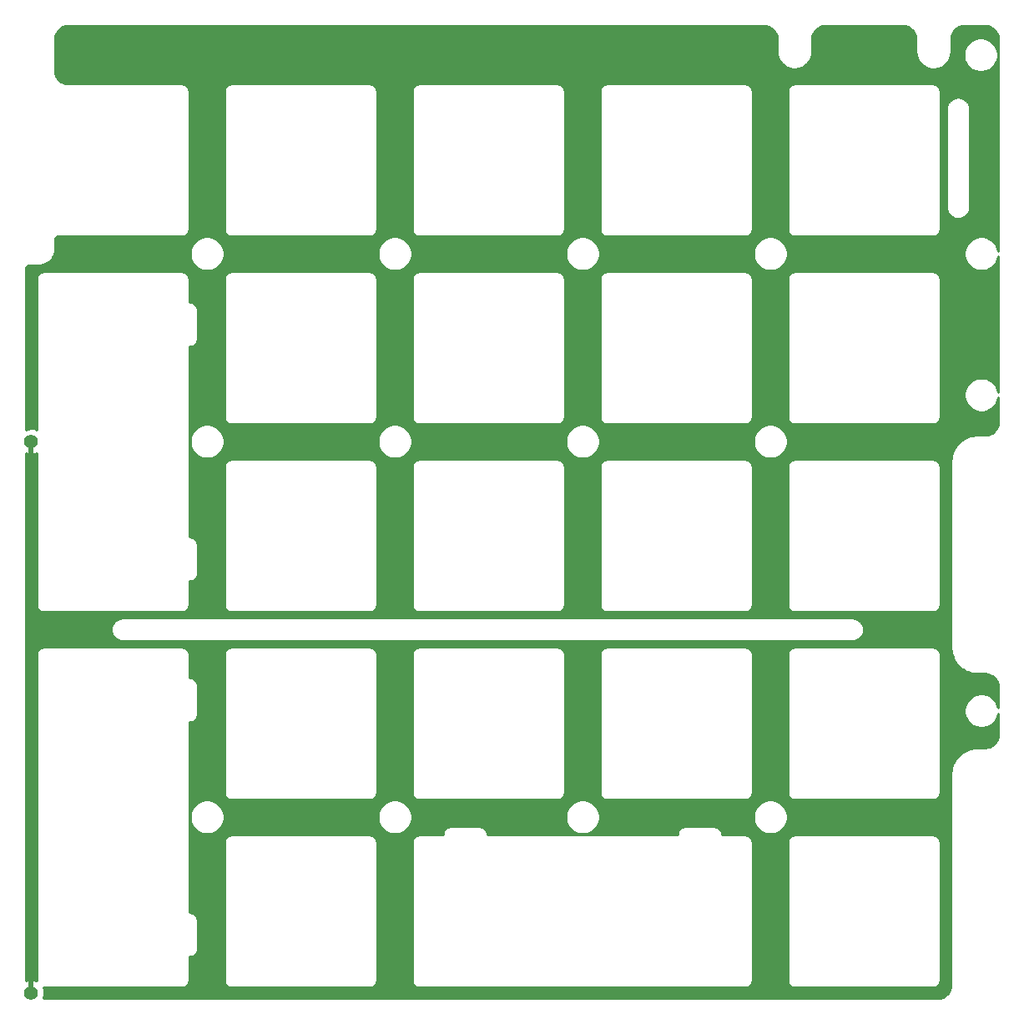
<source format=gbl>
G04 #@! TF.GenerationSoftware,KiCad,Pcbnew,(5.1.9)-1*
G04 #@! TF.CreationDate,2021-04-18T14:22:49+09:00*
G04 #@! TF.ProjectId,sekiheki________,73656b69-6865-46b6-9928-c8c3d7d7ecfc,rev?*
G04 #@! TF.SameCoordinates,Original*
G04 #@! TF.FileFunction,Copper,L2,Bot*
G04 #@! TF.FilePolarity,Positive*
%FSLAX46Y46*%
G04 Gerber Fmt 4.6, Leading zero omitted, Abs format (unit mm)*
G04 Created by KiCad (PCBNEW (5.1.9)-1) date 2021-04-18 14:22:49*
%MOMM*%
%LPD*%
G01*
G04 APERTURE LIST*
G04 #@! TA.AperFunction,ComponentPad*
%ADD10C,1.400000*%
G04 #@! TD*
G04 #@! TA.AperFunction,Conductor*
%ADD11C,0.500000*%
G04 #@! TD*
G04 #@! TA.AperFunction,Conductor*
%ADD12C,0.254000*%
G04 #@! TD*
G04 #@! TA.AperFunction,Conductor*
%ADD13C,0.100000*%
G04 #@! TD*
G04 APERTURE END LIST*
D10*
X-98775000Y57150000D03*
X-98775000Y1225000D03*
D11*
X-98775000Y40632302D02*
X-97142698Y39000000D01*
X-97142698Y39000000D02*
X-93000000Y39000000D01*
X-98775000Y57150000D02*
X-98775000Y52775000D01*
X-98775000Y52775000D02*
X-98775000Y40632302D01*
X-98775000Y57150000D02*
X-98775000Y1225000D01*
D12*
X-24195218Y99286733D02*
X-23950145Y99212741D01*
X-23724110Y99092557D01*
X-23525719Y98930752D01*
X-23362540Y98733503D01*
X-23240780Y98508313D01*
X-23165076Y98263753D01*
X-23134999Y97977593D01*
X-23135000Y96666354D01*
X-23131623Y96632069D01*
X-23131623Y96617796D01*
X-23130624Y96608284D01*
X-23106693Y96394939D01*
X-23093784Y96334207D01*
X-23081726Y96273311D01*
X-23078898Y96264175D01*
X-23013985Y96059542D01*
X-22989522Y96002466D01*
X-22965868Y95945077D01*
X-22961319Y95936663D01*
X-22857895Y95748535D01*
X-22822823Y95697314D01*
X-22788462Y95645596D01*
X-22782365Y95638226D01*
X-22644370Y95473770D01*
X-22600013Y95430332D01*
X-22556266Y95386279D01*
X-22548854Y95380234D01*
X-22381545Y95245713D01*
X-22329573Y95211704D01*
X-22278120Y95176999D01*
X-22269676Y95172508D01*
X-22079422Y95073047D01*
X-22021841Y95049783D01*
X-21964627Y95025733D01*
X-21955472Y95022968D01*
X-21749523Y94962354D01*
X-21688520Y94950717D01*
X-21627720Y94938237D01*
X-21618202Y94937303D01*
X-21404403Y94917846D01*
X-21342321Y94918280D01*
X-21280239Y94917846D01*
X-21270721Y94918779D01*
X-21057214Y94941219D01*
X-20996380Y94953706D01*
X-20935408Y94965338D01*
X-20926252Y94968102D01*
X-20721171Y95031586D01*
X-20663904Y95055659D01*
X-20606376Y95078902D01*
X-20597933Y95083391D01*
X-20597928Y95083393D01*
X-20597923Y95083396D01*
X-20409086Y95185499D01*
X-20357631Y95220206D01*
X-20305666Y95254211D01*
X-20298254Y95260256D01*
X-20132839Y95397099D01*
X-20089089Y95441155D01*
X-20044731Y95484594D01*
X-20038634Y95491963D01*
X-19902949Y95658330D01*
X-19868578Y95710064D01*
X-19833518Y95761267D01*
X-19828968Y95769680D01*
X-19728181Y95959234D01*
X-19704538Y96016595D01*
X-19680064Y96073699D01*
X-19677235Y96082836D01*
X-19615185Y96288355D01*
X-19603123Y96349271D01*
X-19590218Y96409987D01*
X-19589218Y96419499D01*
X-19568269Y96633157D01*
X-19568269Y96633163D01*
X-19565000Y96666353D01*
X-19565000Y97966495D01*
X-19536733Y98254782D01*
X-19462741Y98499855D01*
X-19342557Y98725890D01*
X-19180752Y98924281D01*
X-18983503Y99087460D01*
X-18758313Y99209220D01*
X-18513753Y99284924D01*
X-18227602Y99315000D01*
X-10383505Y99315000D01*
X-10095218Y99286733D01*
X-9850145Y99212741D01*
X-9624110Y99092557D01*
X-9425719Y98930752D01*
X-9262540Y98733503D01*
X-9140780Y98508313D01*
X-9065076Y98263753D01*
X-9034999Y97977593D01*
X-9035000Y96666354D01*
X-9031623Y96632069D01*
X-9031623Y96617796D01*
X-9030624Y96608284D01*
X-9006693Y96394939D01*
X-8993784Y96334207D01*
X-8981726Y96273311D01*
X-8978898Y96264175D01*
X-8913985Y96059542D01*
X-8889522Y96002466D01*
X-8865868Y95945077D01*
X-8861319Y95936663D01*
X-8757895Y95748535D01*
X-8722823Y95697314D01*
X-8688462Y95645596D01*
X-8682365Y95638226D01*
X-8544370Y95473770D01*
X-8500013Y95430332D01*
X-8456266Y95386279D01*
X-8448854Y95380234D01*
X-8281545Y95245713D01*
X-8229573Y95211704D01*
X-8178120Y95176999D01*
X-8169676Y95172508D01*
X-7979422Y95073047D01*
X-7921841Y95049783D01*
X-7864627Y95025733D01*
X-7855472Y95022968D01*
X-7649523Y94962354D01*
X-7588520Y94950717D01*
X-7527720Y94938237D01*
X-7518202Y94937303D01*
X-7304403Y94917846D01*
X-7242321Y94918280D01*
X-7180239Y94917846D01*
X-7170721Y94918779D01*
X-6957214Y94941219D01*
X-6896380Y94953706D01*
X-6835408Y94965338D01*
X-6826252Y94968102D01*
X-6621171Y95031586D01*
X-6563904Y95055659D01*
X-6506376Y95078902D01*
X-6497933Y95083391D01*
X-6497928Y95083393D01*
X-6497923Y95083396D01*
X-6309086Y95185499D01*
X-6257631Y95220206D01*
X-6205666Y95254211D01*
X-6198254Y95260256D01*
X-6032839Y95397099D01*
X-5989089Y95441155D01*
X-5944731Y95484594D01*
X-5938634Y95491963D01*
X-5802949Y95658330D01*
X-5768578Y95710064D01*
X-5733518Y95761267D01*
X-5728968Y95769680D01*
X-5628181Y95959234D01*
X-5604538Y96016595D01*
X-5580064Y96073699D01*
X-5577235Y96082836D01*
X-5515185Y96288355D01*
X-5503123Y96349271D01*
X-5490218Y96409987D01*
X-5489218Y96419499D01*
X-5476827Y96545883D01*
X-4185000Y96545883D01*
X-4185000Y96204117D01*
X-4118325Y95868919D01*
X-3987537Y95553169D01*
X-3797663Y95269002D01*
X-3555998Y95027337D01*
X-3271831Y94837463D01*
X-2956081Y94706675D01*
X-2620883Y94640000D01*
X-2279117Y94640000D01*
X-1943919Y94706675D01*
X-1628169Y94837463D01*
X-1344002Y95027337D01*
X-1102337Y95269002D01*
X-912463Y95553169D01*
X-781675Y95868919D01*
X-715000Y96204117D01*
X-715000Y96545883D01*
X-781675Y96881081D01*
X-912463Y97196831D01*
X-1102337Y97480998D01*
X-1344002Y97722663D01*
X-1628169Y97912537D01*
X-1943919Y98043325D01*
X-2279117Y98110000D01*
X-2620883Y98110000D01*
X-2956081Y98043325D01*
X-3271831Y97912537D01*
X-3555998Y97722663D01*
X-3797663Y97480998D01*
X-3987537Y97196831D01*
X-4118325Y96881081D01*
X-4185000Y96545883D01*
X-5476827Y96545883D01*
X-5468269Y96633157D01*
X-5468269Y96633163D01*
X-5465000Y96666353D01*
X-5465000Y97966495D01*
X-5436733Y98254782D01*
X-5362741Y98499855D01*
X-5242557Y98725890D01*
X-5080752Y98924281D01*
X-4883503Y99087460D01*
X-4658313Y99209220D01*
X-4413753Y99284924D01*
X-4127602Y99315000D01*
X-2033505Y99315000D01*
X-1745218Y99286733D01*
X-1500145Y99212741D01*
X-1274110Y99092557D01*
X-1075719Y98930752D01*
X-912540Y98733503D01*
X-790780Y98508313D01*
X-715076Y98263753D01*
X-684999Y97977592D01*
X-685000Y76471428D01*
X-731675Y76706081D01*
X-862463Y77021831D01*
X-1052337Y77305998D01*
X-1294002Y77547663D01*
X-1578169Y77737537D01*
X-1893919Y77868325D01*
X-2229117Y77935000D01*
X-2570883Y77935000D01*
X-2906081Y77868325D01*
X-3221831Y77737537D01*
X-3505998Y77547663D01*
X-3747663Y77305998D01*
X-3937537Y77021831D01*
X-4068325Y76706081D01*
X-4135000Y76370883D01*
X-4135000Y76029117D01*
X-4068325Y75693919D01*
X-3937537Y75378169D01*
X-3747663Y75094002D01*
X-3505998Y74852337D01*
X-3221831Y74662463D01*
X-2906081Y74531675D01*
X-2570883Y74465000D01*
X-2229117Y74465000D01*
X-1893919Y74531675D01*
X-1578169Y74662463D01*
X-1294002Y74852337D01*
X-1052337Y75094002D01*
X-862463Y75378169D01*
X-731675Y75693919D01*
X-685000Y75928572D01*
X-685000Y62146429D01*
X-731675Y62381081D01*
X-862463Y62696831D01*
X-1052337Y62980998D01*
X-1294002Y63222663D01*
X-1578169Y63412537D01*
X-1893919Y63543325D01*
X-2229117Y63610000D01*
X-2570883Y63610000D01*
X-2906081Y63543325D01*
X-3221831Y63412537D01*
X-3505998Y63222663D01*
X-3747663Y62980998D01*
X-3937537Y62696831D01*
X-4068325Y62381081D01*
X-4135000Y62045883D01*
X-4135000Y61704117D01*
X-4068325Y61368919D01*
X-3937537Y61053169D01*
X-3747663Y60769002D01*
X-3505998Y60527337D01*
X-3221831Y60337463D01*
X-2906081Y60206675D01*
X-2570883Y60140000D01*
X-2229117Y60140000D01*
X-1893919Y60206675D01*
X-1578169Y60337463D01*
X-1294002Y60527337D01*
X-1052337Y60769002D01*
X-862463Y61053169D01*
X-731675Y61368919D01*
X-685000Y61603570D01*
X-685000Y59158505D01*
X-713267Y58870218D01*
X-787259Y58625145D01*
X-907446Y58399107D01*
X-1069246Y58200721D01*
X-1266497Y58037540D01*
X-1491690Y57915779D01*
X-1736247Y57840076D01*
X-2022398Y57810000D01*
X-2833647Y57810000D01*
X-2863645Y57807045D01*
X-2876047Y57807132D01*
X-2885566Y57806198D01*
X-3273758Y57765397D01*
X-3334539Y57752920D01*
X-3395560Y57741280D01*
X-3404716Y57738516D01*
X-3777591Y57623092D01*
X-3834837Y57599028D01*
X-3892388Y57575776D01*
X-3900833Y57571286D01*
X-4244188Y57385635D01*
X-4295656Y57350919D01*
X-4347611Y57316920D01*
X-4355022Y57310876D01*
X-4655777Y57062069D01*
X-4699543Y57017996D01*
X-4743881Y56974577D01*
X-4749978Y56967208D01*
X-4996679Y56664723D01*
X-5031040Y56613005D01*
X-5066112Y56561784D01*
X-5070661Y56553371D01*
X-5253911Y56208730D01*
X-5277582Y56151300D01*
X-5302028Y56094263D01*
X-5304856Y56085127D01*
X-5417674Y55711455D01*
X-5429735Y55650545D01*
X-5442641Y55589826D01*
X-5443641Y55580314D01*
X-5481731Y55191845D01*
X-5481731Y55191836D01*
X-5485000Y55158646D01*
X-5484999Y36231353D01*
X-5482045Y36201364D01*
X-5482132Y36188953D01*
X-5481198Y36179435D01*
X-5440397Y35791242D01*
X-5427920Y35730461D01*
X-5416280Y35669440D01*
X-5413516Y35660284D01*
X-5298092Y35287409D01*
X-5274014Y35230130D01*
X-5250775Y35172612D01*
X-5246286Y35164167D01*
X-5060634Y34820812D01*
X-5025932Y34769365D01*
X-4991921Y34717390D01*
X-4985876Y34709978D01*
X-4737069Y34409223D01*
X-4693016Y34365476D01*
X-4649578Y34321119D01*
X-4642208Y34315022D01*
X-4339724Y34068321D01*
X-4287995Y34033953D01*
X-4236785Y33998889D01*
X-4228372Y33994339D01*
X-3883730Y33811090D01*
X-3826364Y33787445D01*
X-3769264Y33762972D01*
X-3760127Y33760144D01*
X-3386456Y33647326D01*
X-3325531Y33635263D01*
X-3264826Y33622359D01*
X-3255314Y33621359D01*
X-2866845Y33583269D01*
X-2866837Y33583269D01*
X-2833647Y33580000D01*
X-2033505Y33580000D01*
X-1745218Y33551733D01*
X-1500145Y33477741D01*
X-1274110Y33357557D01*
X-1075719Y33195752D01*
X-912540Y32998503D01*
X-790780Y32773313D01*
X-715076Y32528753D01*
X-685000Y32242602D01*
X-685000Y30106428D01*
X-731675Y30341081D01*
X-862463Y30656831D01*
X-1052337Y30940998D01*
X-1294002Y31182663D01*
X-1578169Y31372537D01*
X-1893919Y31503325D01*
X-2229117Y31570000D01*
X-2570883Y31570000D01*
X-2906081Y31503325D01*
X-3221831Y31372537D01*
X-3505998Y31182663D01*
X-3747663Y30940998D01*
X-3937537Y30656831D01*
X-4068325Y30341081D01*
X-4135000Y30005883D01*
X-4135000Y29664117D01*
X-4068325Y29328919D01*
X-3937537Y29013169D01*
X-3747663Y28729002D01*
X-3505998Y28487337D01*
X-3221831Y28297463D01*
X-2906081Y28166675D01*
X-2570883Y28100000D01*
X-2229117Y28100000D01*
X-1893919Y28166675D01*
X-1578169Y28297463D01*
X-1294002Y28487337D01*
X-1052337Y28729002D01*
X-862463Y29013169D01*
X-731675Y29328919D01*
X-684999Y29563573D01*
X-684999Y27438515D01*
X-713267Y27150218D01*
X-787259Y26905145D01*
X-907446Y26679107D01*
X-1069246Y26480721D01*
X-1266497Y26317540D01*
X-1491690Y26195779D01*
X-1736247Y26120076D01*
X-2022398Y26090000D01*
X-2833647Y26090000D01*
X-2863645Y26087045D01*
X-2876047Y26087132D01*
X-2885566Y26086198D01*
X-3273758Y26045397D01*
X-3334539Y26032920D01*
X-3395560Y26021280D01*
X-3404716Y26018516D01*
X-3777591Y25903092D01*
X-3834837Y25879028D01*
X-3892388Y25855776D01*
X-3900833Y25851286D01*
X-4244188Y25665635D01*
X-4295656Y25630919D01*
X-4347611Y25596920D01*
X-4355022Y25590876D01*
X-4655777Y25342069D01*
X-4699543Y25297996D01*
X-4743881Y25254577D01*
X-4749978Y25247208D01*
X-4996679Y24944723D01*
X-5031040Y24893005D01*
X-5066112Y24841784D01*
X-5070661Y24833371D01*
X-5253911Y24488730D01*
X-5277582Y24431300D01*
X-5302028Y24374263D01*
X-5304856Y24365127D01*
X-5417674Y23991455D01*
X-5429735Y23930545D01*
X-5442641Y23869826D01*
X-5443641Y23860314D01*
X-5481731Y23471845D01*
X-5481731Y23471827D01*
X-5484999Y23438647D01*
X-5485000Y2033505D01*
X-5513267Y1745218D01*
X-5587259Y1500145D01*
X-5707446Y1274107D01*
X-5869246Y1075721D01*
X-6066497Y912540D01*
X-6291690Y790779D01*
X-6536247Y715076D01*
X-6822398Y685000D01*
X-97553827Y685000D01*
X-97509066Y781242D01*
X-97446817Y1036740D01*
X-97435610Y1299473D01*
X-97475875Y1559344D01*
X-97549761Y1761710D01*
X-97516353Y1765000D01*
X-83483647Y1765000D01*
X-83450000Y1761686D01*
X-83315717Y1774912D01*
X-83186594Y1814081D01*
X-83067593Y1877688D01*
X-82963289Y1963289D01*
X-82877688Y2067593D01*
X-82814081Y2186594D01*
X-82774912Y2315717D01*
X-82765000Y2416353D01*
X-82765000Y2416354D01*
X-82761686Y2450000D01*
X-82765000Y2483647D01*
X-82765000Y4890000D01*
X-82633647Y4890000D01*
X-82600000Y4886686D01*
X-82465717Y4899912D01*
X-82336594Y4939081D01*
X-82217593Y5002688D01*
X-82113289Y5088289D01*
X-82027688Y5192593D01*
X-81964081Y5311594D01*
X-81924912Y5440717D01*
X-81915000Y5541353D01*
X-81911686Y5575000D01*
X-81915000Y5608647D01*
X-81915000Y8641353D01*
X-81911686Y8675000D01*
X-81924912Y8809283D01*
X-81964081Y8938406D01*
X-82027688Y9057407D01*
X-82113289Y9161711D01*
X-82217593Y9247312D01*
X-82336594Y9310919D01*
X-82465717Y9350088D01*
X-82566353Y9360000D01*
X-82600000Y9363314D01*
X-82633647Y9360000D01*
X-82765000Y9360000D01*
X-82765000Y16550000D01*
X-79188314Y16550000D01*
X-79184999Y16516343D01*
X-79185000Y2483647D01*
X-79188314Y2450000D01*
X-79175088Y2315717D01*
X-79135919Y2186594D01*
X-79072312Y2067593D01*
X-78986711Y1963289D01*
X-78903488Y1894989D01*
X-78882407Y1877688D01*
X-78763406Y1814081D01*
X-78634283Y1774912D01*
X-78500000Y1761686D01*
X-78466353Y1765000D01*
X-64433647Y1765000D01*
X-64400000Y1761686D01*
X-64265717Y1774912D01*
X-64136594Y1814081D01*
X-64017593Y1877688D01*
X-63913289Y1963289D01*
X-63827688Y2067593D01*
X-63764081Y2186594D01*
X-63724912Y2315717D01*
X-63715000Y2416353D01*
X-63715000Y2416354D01*
X-63711686Y2450000D01*
X-63715000Y2483647D01*
X-63715000Y16516353D01*
X-63711686Y16550000D01*
X-60138314Y16550000D01*
X-60135000Y16516353D01*
X-60134999Y2483657D01*
X-60138314Y2450000D01*
X-60125088Y2315717D01*
X-60085919Y2186594D01*
X-60022312Y2067593D01*
X-59936711Y1963289D01*
X-59832407Y1877688D01*
X-59713406Y1814081D01*
X-59584283Y1774912D01*
X-59483647Y1765000D01*
X-59450000Y1761686D01*
X-59416353Y1765000D01*
X-26333647Y1765000D01*
X-26300000Y1761686D01*
X-26165717Y1774912D01*
X-26036594Y1814081D01*
X-25917593Y1877688D01*
X-25813289Y1963289D01*
X-25727688Y2067593D01*
X-25664081Y2186594D01*
X-25624912Y2315717D01*
X-25615000Y2416353D01*
X-25615000Y2416354D01*
X-25611686Y2450000D01*
X-25615000Y2483647D01*
X-25615000Y16516353D01*
X-25611686Y16550000D01*
X-22038314Y16550000D01*
X-22034999Y16516343D01*
X-22035000Y2483647D01*
X-22038314Y2450000D01*
X-22025088Y2315717D01*
X-21985919Y2186594D01*
X-21922312Y2067593D01*
X-21836711Y1963289D01*
X-21753488Y1894989D01*
X-21732407Y1877688D01*
X-21613406Y1814081D01*
X-21484283Y1774912D01*
X-21350000Y1761686D01*
X-21316353Y1765000D01*
X-7283647Y1765000D01*
X-7250000Y1761686D01*
X-7115717Y1774912D01*
X-6986594Y1814081D01*
X-6867593Y1877688D01*
X-6763289Y1963289D01*
X-6677688Y2067593D01*
X-6614081Y2186594D01*
X-6574912Y2315717D01*
X-6565000Y2416353D01*
X-6565000Y2416354D01*
X-6561686Y2450000D01*
X-6565000Y2483647D01*
X-6565000Y16516353D01*
X-6561686Y16550000D01*
X-6574912Y16684283D01*
X-6614081Y16813406D01*
X-6677688Y16932407D01*
X-6763289Y17036711D01*
X-6867593Y17122312D01*
X-6986594Y17185919D01*
X-7115717Y17225088D01*
X-7216353Y17235000D01*
X-7250000Y17238314D01*
X-7283647Y17235000D01*
X-21316353Y17235000D01*
X-21350000Y17238314D01*
X-21383647Y17235000D01*
X-21484283Y17225088D01*
X-21613406Y17185919D01*
X-21732407Y17122312D01*
X-21836711Y17036711D01*
X-21922312Y16932407D01*
X-21985919Y16813406D01*
X-22025088Y16684283D01*
X-22038314Y16550000D01*
X-25611686Y16550000D01*
X-25624912Y16684283D01*
X-25664081Y16813406D01*
X-25727688Y16932407D01*
X-25813289Y17036711D01*
X-25917593Y17122312D01*
X-26036594Y17185919D01*
X-26165717Y17225088D01*
X-26266353Y17235000D01*
X-26300000Y17238314D01*
X-26333647Y17235000D01*
X-28740000Y17235000D01*
X-28740000Y17366353D01*
X-28736686Y17400000D01*
X-28749912Y17534283D01*
X-28789081Y17663406D01*
X-28852688Y17782407D01*
X-28938289Y17886711D01*
X-29042593Y17972312D01*
X-29161594Y18035919D01*
X-29290717Y18075088D01*
X-29391353Y18085000D01*
X-29425000Y18088314D01*
X-29458647Y18085000D01*
X-32491353Y18085000D01*
X-32525000Y18088314D01*
X-32558647Y18085000D01*
X-32659283Y18075088D01*
X-32788406Y18035919D01*
X-32907407Y17972312D01*
X-33011711Y17886711D01*
X-33097312Y17782407D01*
X-33160919Y17663406D01*
X-33200088Y17534283D01*
X-33213314Y17400000D01*
X-33210000Y17366353D01*
X-33210000Y17235000D01*
X-52540000Y17235000D01*
X-52540000Y17366353D01*
X-52536686Y17400000D01*
X-52549912Y17534283D01*
X-52589081Y17663406D01*
X-52652688Y17782407D01*
X-52738289Y17886711D01*
X-52842593Y17972312D01*
X-52961594Y18035919D01*
X-53090717Y18075088D01*
X-53191353Y18085000D01*
X-53225000Y18088314D01*
X-53258647Y18085000D01*
X-56291353Y18085000D01*
X-56325000Y18088314D01*
X-56358647Y18085000D01*
X-56459283Y18075088D01*
X-56588406Y18035919D01*
X-56707407Y17972312D01*
X-56811711Y17886711D01*
X-56897312Y17782407D01*
X-56960919Y17663406D01*
X-57000088Y17534283D01*
X-57013314Y17400000D01*
X-57010000Y17366353D01*
X-57010000Y17235000D01*
X-59416353Y17235000D01*
X-59450000Y17238314D01*
X-59483647Y17235000D01*
X-59584283Y17225088D01*
X-59713406Y17185919D01*
X-59832407Y17122312D01*
X-59936711Y17036711D01*
X-60022312Y16932407D01*
X-60085919Y16813406D01*
X-60125088Y16684283D01*
X-60138314Y16550000D01*
X-63711686Y16550000D01*
X-63724912Y16684283D01*
X-63764081Y16813406D01*
X-63827688Y16932407D01*
X-63913289Y17036711D01*
X-64017593Y17122312D01*
X-64136594Y17185919D01*
X-64265717Y17225088D01*
X-64366353Y17235000D01*
X-64400000Y17238314D01*
X-64433647Y17235000D01*
X-78466353Y17235000D01*
X-78500000Y17238314D01*
X-78533647Y17235000D01*
X-78634283Y17225088D01*
X-78763406Y17185919D01*
X-78882407Y17122312D01*
X-78986711Y17036711D01*
X-79072312Y16932407D01*
X-79135919Y16813406D01*
X-79175088Y16684283D01*
X-79188314Y16550000D01*
X-82765000Y16550000D01*
X-82765000Y19220883D01*
X-82685000Y19220883D01*
X-82685000Y18879117D01*
X-82618325Y18543919D01*
X-82487537Y18228169D01*
X-82297663Y17944002D01*
X-82055998Y17702337D01*
X-81771831Y17512463D01*
X-81456081Y17381675D01*
X-81120883Y17315000D01*
X-80779117Y17315000D01*
X-80443919Y17381675D01*
X-80128169Y17512463D01*
X-79844002Y17702337D01*
X-79602337Y17944002D01*
X-79412463Y18228169D01*
X-79281675Y18543919D01*
X-79215000Y18879117D01*
X-79215000Y19220883D01*
X-63635000Y19220883D01*
X-63635000Y18879117D01*
X-63568325Y18543919D01*
X-63437537Y18228169D01*
X-63247663Y17944002D01*
X-63005998Y17702337D01*
X-62721831Y17512463D01*
X-62406081Y17381675D01*
X-62070883Y17315000D01*
X-61729117Y17315000D01*
X-61393919Y17381675D01*
X-61078169Y17512463D01*
X-60794002Y17702337D01*
X-60552337Y17944002D01*
X-60362463Y18228169D01*
X-60231675Y18543919D01*
X-60165000Y18879117D01*
X-60165000Y19220883D01*
X-44585000Y19220883D01*
X-44585000Y18879117D01*
X-44518325Y18543919D01*
X-44387537Y18228169D01*
X-44197663Y17944002D01*
X-43955998Y17702337D01*
X-43671831Y17512463D01*
X-43356081Y17381675D01*
X-43020883Y17315000D01*
X-42679117Y17315000D01*
X-42343919Y17381675D01*
X-42028169Y17512463D01*
X-41744002Y17702337D01*
X-41502337Y17944002D01*
X-41312463Y18228169D01*
X-41181675Y18543919D01*
X-41115000Y18879117D01*
X-41115000Y19220883D01*
X-25535000Y19220883D01*
X-25535000Y18879117D01*
X-25468325Y18543919D01*
X-25337537Y18228169D01*
X-25147663Y17944002D01*
X-24905998Y17702337D01*
X-24621831Y17512463D01*
X-24306081Y17381675D01*
X-23970883Y17315000D01*
X-23629117Y17315000D01*
X-23293919Y17381675D01*
X-22978169Y17512463D01*
X-22694002Y17702337D01*
X-22452337Y17944002D01*
X-22262463Y18228169D01*
X-22131675Y18543919D01*
X-22065000Y18879117D01*
X-22065000Y19220883D01*
X-22131675Y19556081D01*
X-22262463Y19871831D01*
X-22452337Y20155998D01*
X-22694002Y20397663D01*
X-22978169Y20587537D01*
X-23293919Y20718325D01*
X-23629117Y20785000D01*
X-23970883Y20785000D01*
X-24306081Y20718325D01*
X-24621831Y20587537D01*
X-24905998Y20397663D01*
X-25147663Y20155998D01*
X-25337537Y19871831D01*
X-25468325Y19556081D01*
X-25535000Y19220883D01*
X-41115000Y19220883D01*
X-41181675Y19556081D01*
X-41312463Y19871831D01*
X-41502337Y20155998D01*
X-41744002Y20397663D01*
X-42028169Y20587537D01*
X-42343919Y20718325D01*
X-42679117Y20785000D01*
X-43020883Y20785000D01*
X-43356081Y20718325D01*
X-43671831Y20587537D01*
X-43955998Y20397663D01*
X-44197663Y20155998D01*
X-44387537Y19871831D01*
X-44518325Y19556081D01*
X-44585000Y19220883D01*
X-60165000Y19220883D01*
X-60231675Y19556081D01*
X-60362463Y19871831D01*
X-60552337Y20155998D01*
X-60794002Y20397663D01*
X-61078169Y20587537D01*
X-61393919Y20718325D01*
X-61729117Y20785000D01*
X-62070883Y20785000D01*
X-62406081Y20718325D01*
X-62721831Y20587537D01*
X-63005998Y20397663D01*
X-63247663Y20155998D01*
X-63437537Y19871831D01*
X-63568325Y19556081D01*
X-63635000Y19220883D01*
X-79215000Y19220883D01*
X-79281675Y19556081D01*
X-79412463Y19871831D01*
X-79602337Y20155998D01*
X-79844002Y20397663D01*
X-80128169Y20587537D01*
X-80443919Y20718325D01*
X-80779117Y20785000D01*
X-81120883Y20785000D01*
X-81456081Y20718325D01*
X-81771831Y20587537D01*
X-82055998Y20397663D01*
X-82297663Y20155998D01*
X-82487537Y19871831D01*
X-82618325Y19556081D01*
X-82685000Y19220883D01*
X-82765000Y19220883D01*
X-82765000Y28690000D01*
X-82633647Y28690000D01*
X-82600000Y28686686D01*
X-82465717Y28699912D01*
X-82336594Y28739081D01*
X-82217593Y28802688D01*
X-82113289Y28888289D01*
X-82027688Y28992593D01*
X-81964081Y29111594D01*
X-81924912Y29240717D01*
X-81915000Y29341353D01*
X-81911686Y29375000D01*
X-81915000Y29408647D01*
X-81915000Y32441353D01*
X-81911686Y32475000D01*
X-81924912Y32609283D01*
X-81964081Y32738406D01*
X-82027688Y32857407D01*
X-82113289Y32961711D01*
X-82217593Y33047312D01*
X-82336594Y33110919D01*
X-82465717Y33150088D01*
X-82566353Y33160000D01*
X-82600000Y33163314D01*
X-82633647Y33160000D01*
X-82765000Y33160000D01*
X-82765000Y35566353D01*
X-82761686Y35600000D01*
X-79188314Y35600000D01*
X-79184999Y35566343D01*
X-79185000Y21533647D01*
X-79188314Y21500000D01*
X-79175088Y21365717D01*
X-79135919Y21236594D01*
X-79072312Y21117593D01*
X-78986711Y21013289D01*
X-78882407Y20927688D01*
X-78763406Y20864081D01*
X-78634283Y20824912D01*
X-78500000Y20811686D01*
X-78466353Y20815000D01*
X-64433647Y20815000D01*
X-64400000Y20811686D01*
X-64265717Y20824912D01*
X-64136594Y20864081D01*
X-64017593Y20927688D01*
X-63913289Y21013289D01*
X-63827688Y21117593D01*
X-63764081Y21236594D01*
X-63724912Y21365717D01*
X-63715000Y21466353D01*
X-63715000Y21466354D01*
X-63711686Y21500000D01*
X-63715000Y21533647D01*
X-63715000Y35566353D01*
X-63711686Y35600000D01*
X-60138314Y35600000D01*
X-60134999Y35566343D01*
X-60135000Y21533647D01*
X-60138314Y21500000D01*
X-60125088Y21365717D01*
X-60085919Y21236594D01*
X-60022312Y21117593D01*
X-59936711Y21013289D01*
X-59832407Y20927688D01*
X-59713406Y20864081D01*
X-59584283Y20824912D01*
X-59450000Y20811686D01*
X-59416353Y20815000D01*
X-45383647Y20815000D01*
X-45350000Y20811686D01*
X-45215717Y20824912D01*
X-45086594Y20864081D01*
X-44967593Y20927688D01*
X-44863289Y21013289D01*
X-44777688Y21117593D01*
X-44714081Y21236594D01*
X-44674912Y21365717D01*
X-44665000Y21466353D01*
X-44665000Y21466354D01*
X-44661686Y21500000D01*
X-44665000Y21533647D01*
X-44665000Y35566353D01*
X-44661686Y35600000D01*
X-41088314Y35600000D01*
X-41084999Y35566343D01*
X-41085000Y21533647D01*
X-41088314Y21500000D01*
X-41075088Y21365717D01*
X-41035919Y21236594D01*
X-40972312Y21117593D01*
X-40886711Y21013289D01*
X-40782407Y20927688D01*
X-40663406Y20864081D01*
X-40534283Y20824912D01*
X-40400000Y20811686D01*
X-40366353Y20815000D01*
X-26333647Y20815000D01*
X-26300000Y20811686D01*
X-26165717Y20824912D01*
X-26036594Y20864081D01*
X-25917593Y20927688D01*
X-25813289Y21013289D01*
X-25727688Y21117593D01*
X-25664081Y21236594D01*
X-25624912Y21365717D01*
X-25615000Y21466353D01*
X-25615000Y21466354D01*
X-25611686Y21500000D01*
X-25615000Y21533647D01*
X-25615000Y35566353D01*
X-25611686Y35600000D01*
X-22038314Y35600000D01*
X-22034999Y35566343D01*
X-22035000Y21533647D01*
X-22038314Y21500000D01*
X-22025088Y21365717D01*
X-21985919Y21236594D01*
X-21922312Y21117593D01*
X-21836711Y21013289D01*
X-21732407Y20927688D01*
X-21613406Y20864081D01*
X-21484283Y20824912D01*
X-21350000Y20811686D01*
X-21316353Y20815000D01*
X-7283647Y20815000D01*
X-7250000Y20811686D01*
X-7115717Y20824912D01*
X-6986594Y20864081D01*
X-6867593Y20927688D01*
X-6763289Y21013289D01*
X-6677688Y21117593D01*
X-6614081Y21236594D01*
X-6574912Y21365717D01*
X-6565000Y21466353D01*
X-6565000Y21466354D01*
X-6561686Y21500000D01*
X-6565000Y21533647D01*
X-6565000Y35566353D01*
X-6561686Y35600000D01*
X-6570799Y35692529D01*
X-6574912Y35734283D01*
X-6614081Y35863406D01*
X-6677688Y35982407D01*
X-6709201Y36020805D01*
X-6763289Y36086711D01*
X-6867593Y36172312D01*
X-6986594Y36235919D01*
X-7115717Y36275088D01*
X-7216353Y36285000D01*
X-7250000Y36288314D01*
X-7283647Y36285000D01*
X-21316353Y36285000D01*
X-21350000Y36288314D01*
X-21383647Y36285000D01*
X-21484283Y36275088D01*
X-21613406Y36235919D01*
X-21732407Y36172312D01*
X-21836711Y36086711D01*
X-21922312Y35982407D01*
X-21985919Y35863406D01*
X-22025088Y35734283D01*
X-22038314Y35600000D01*
X-25611686Y35600000D01*
X-25620799Y35692529D01*
X-25624912Y35734283D01*
X-25664081Y35863406D01*
X-25727688Y35982407D01*
X-25759201Y36020805D01*
X-25813289Y36086711D01*
X-25917593Y36172312D01*
X-26036594Y36235919D01*
X-26165717Y36275088D01*
X-26266353Y36285000D01*
X-26300000Y36288314D01*
X-26333647Y36285000D01*
X-40366353Y36285000D01*
X-40400000Y36288314D01*
X-40433647Y36285000D01*
X-40534283Y36275088D01*
X-40663406Y36235919D01*
X-40782407Y36172312D01*
X-40886711Y36086711D01*
X-40972312Y35982407D01*
X-41035919Y35863406D01*
X-41075088Y35734283D01*
X-41088314Y35600000D01*
X-44661686Y35600000D01*
X-44670799Y35692529D01*
X-44674912Y35734283D01*
X-44714081Y35863406D01*
X-44777688Y35982407D01*
X-44809201Y36020805D01*
X-44863289Y36086711D01*
X-44967593Y36172312D01*
X-45086594Y36235919D01*
X-45215717Y36275088D01*
X-45316353Y36285000D01*
X-45350000Y36288314D01*
X-45383647Y36285000D01*
X-59416353Y36285000D01*
X-59450000Y36288314D01*
X-59483647Y36285000D01*
X-59584283Y36275088D01*
X-59713406Y36235919D01*
X-59832407Y36172312D01*
X-59936711Y36086711D01*
X-60022312Y35982407D01*
X-60085919Y35863406D01*
X-60125088Y35734283D01*
X-60138314Y35600000D01*
X-63711686Y35600000D01*
X-63720799Y35692529D01*
X-63724912Y35734283D01*
X-63764081Y35863406D01*
X-63827688Y35982407D01*
X-63859201Y36020805D01*
X-63913289Y36086711D01*
X-64017593Y36172312D01*
X-64136594Y36235919D01*
X-64265717Y36275088D01*
X-64366353Y36285000D01*
X-64400000Y36288314D01*
X-64433647Y36285000D01*
X-78466353Y36285000D01*
X-78500000Y36288314D01*
X-78533647Y36285000D01*
X-78634283Y36275088D01*
X-78763406Y36235919D01*
X-78882407Y36172312D01*
X-78986711Y36086711D01*
X-79072312Y35982407D01*
X-79135919Y35863406D01*
X-79175088Y35734283D01*
X-79188314Y35600000D01*
X-82761686Y35600000D01*
X-82770799Y35692529D01*
X-82774912Y35734283D01*
X-82814081Y35863406D01*
X-82877688Y35982407D01*
X-82909201Y36020805D01*
X-82963289Y36086711D01*
X-83067593Y36172312D01*
X-83186594Y36235919D01*
X-83315717Y36275088D01*
X-83416353Y36285000D01*
X-83450000Y36288314D01*
X-83483647Y36285000D01*
X-97516353Y36285000D01*
X-97550000Y36288314D01*
X-97583647Y36285000D01*
X-97684283Y36275088D01*
X-97813406Y36235919D01*
X-97932407Y36172312D01*
X-98036711Y36086711D01*
X-98122312Y35982407D01*
X-98185919Y35863406D01*
X-98225088Y35734283D01*
X-98238314Y35600000D01*
X-98235000Y35566353D01*
X-98234999Y2483657D01*
X-98238314Y2450000D01*
X-98238078Y2447605D01*
X-98331242Y2490934D01*
X-98586740Y2553183D01*
X-98849473Y2564390D01*
X-99109344Y2524125D01*
X-99315000Y2449038D01*
X-99315000Y38133591D01*
X-90682169Y38133591D01*
X-90681735Y38071509D01*
X-90682169Y38009427D01*
X-90681236Y37999908D01*
X-90671036Y37902860D01*
X-90658545Y37842010D01*
X-90646918Y37781058D01*
X-90644155Y37771904D01*
X-90644153Y37771898D01*
X-90615298Y37678683D01*
X-90591246Y37621467D01*
X-90567980Y37563881D01*
X-90563490Y37555436D01*
X-90517077Y37469599D01*
X-90482362Y37418133D01*
X-90448364Y37366179D01*
X-90442320Y37358768D01*
X-90380118Y37283579D01*
X-90336070Y37239838D01*
X-90292631Y37195478D01*
X-90285261Y37189382D01*
X-90285256Y37189377D01*
X-90285250Y37189373D01*
X-90209640Y37127706D01*
X-90157959Y37093368D01*
X-90106694Y37058267D01*
X-90098281Y37053718D01*
X-90012120Y37007906D01*
X-89954704Y36984242D01*
X-89897661Y36959792D01*
X-89888525Y36956964D01*
X-89795107Y36928759D01*
X-89734187Y36916697D01*
X-89673470Y36903791D01*
X-89663958Y36902791D01*
X-89566841Y36893269D01*
X-89566837Y36893269D01*
X-89533647Y36890000D01*
X-15466353Y36890000D01*
X-15432665Y36893318D01*
X-15426178Y36893318D01*
X-15416666Y36894318D01*
X-15374539Y36899043D01*
X-15365717Y36899912D01*
X-15365086Y36900103D01*
X-15319691Y36905195D01*
X-15258995Y36918096D01*
X-15198058Y36930162D01*
X-15188921Y36932990D01*
X-15095906Y36962496D01*
X-15038805Y36986970D01*
X-14981442Y37010613D01*
X-14973029Y37015161D01*
X-14887516Y37062172D01*
X-14836301Y37097240D01*
X-14784573Y37131608D01*
X-14777211Y37137700D01*
X-14777207Y37137702D01*
X-14777204Y37137705D01*
X-14702452Y37200430D01*
X-14659015Y37244787D01*
X-14614963Y37288532D01*
X-14608918Y37295943D01*
X-14547772Y37371993D01*
X-14513764Y37423963D01*
X-14479059Y37475416D01*
X-14474568Y37483861D01*
X-14429358Y37570340D01*
X-14406106Y37627892D01*
X-14382043Y37685134D01*
X-14379279Y37694290D01*
X-14351727Y37787902D01*
X-14340092Y37848893D01*
X-14327609Y37909709D01*
X-14326675Y37919227D01*
X-14317831Y38016410D01*
X-14318265Y38078492D01*
X-14317831Y38140573D01*
X-14318764Y38150091D01*
X-14328964Y38247140D01*
X-14341453Y38307983D01*
X-14353082Y38368942D01*
X-14355846Y38378098D01*
X-14384702Y38471317D01*
X-14408768Y38528566D01*
X-14432021Y38586119D01*
X-14436511Y38594564D01*
X-14482923Y38680402D01*
X-14517650Y38731885D01*
X-14551636Y38783821D01*
X-14557680Y38791233D01*
X-14619882Y38866421D01*
X-14663949Y38910182D01*
X-14707370Y38954522D01*
X-14714739Y38960619D01*
X-14790360Y39022294D01*
X-14842041Y39056632D01*
X-14893306Y39091733D01*
X-14901719Y39096282D01*
X-14987880Y39142094D01*
X-15045296Y39165758D01*
X-15102339Y39190208D01*
X-15111475Y39193036D01*
X-15204893Y39221241D01*
X-15265805Y39233302D01*
X-15326529Y39246209D01*
X-15336041Y39247209D01*
X-15433159Y39256731D01*
X-15433163Y39256731D01*
X-15466353Y39260000D01*
X-89533647Y39260000D01*
X-89567335Y39256682D01*
X-89573822Y39256682D01*
X-89583334Y39255682D01*
X-89625461Y39250957D01*
X-89634283Y39250088D01*
X-89634914Y39249897D01*
X-89680309Y39244805D01*
X-89741012Y39231902D01*
X-89801942Y39219838D01*
X-89811079Y39217010D01*
X-89904094Y39187504D01*
X-89961183Y39163035D01*
X-90018558Y39139387D01*
X-90026972Y39134838D01*
X-90112484Y39087828D01*
X-90163726Y39052742D01*
X-90215427Y39018391D01*
X-90222789Y39012300D01*
X-90222793Y39012298D01*
X-90222796Y39012295D01*
X-90297548Y38949570D01*
X-90340969Y38905229D01*
X-90385037Y38861468D01*
X-90391082Y38854057D01*
X-90452228Y38778007D01*
X-90486226Y38726053D01*
X-90520941Y38674584D01*
X-90525432Y38666139D01*
X-90570642Y38579660D01*
X-90593887Y38522125D01*
X-90617957Y38464866D01*
X-90620721Y38455710D01*
X-90648273Y38362098D01*
X-90659906Y38301115D01*
X-90672391Y38240292D01*
X-90673325Y38230773D01*
X-90682169Y38133591D01*
X-99315000Y38133591D01*
X-99315000Y55928827D01*
X-99218758Y55884066D01*
X-98963260Y55821817D01*
X-98700527Y55810610D01*
X-98440656Y55850875D01*
X-98234999Y55925962D01*
X-98234999Y40583657D01*
X-98238314Y40550000D01*
X-98225088Y40415717D01*
X-98185919Y40286594D01*
X-98122312Y40167593D01*
X-98036711Y40063289D01*
X-97932407Y39977688D01*
X-97813406Y39914081D01*
X-97684283Y39874912D01*
X-97583647Y39865000D01*
X-97550000Y39861686D01*
X-97516353Y39865000D01*
X-83483647Y39865000D01*
X-83450000Y39861686D01*
X-83315717Y39874912D01*
X-83186594Y39914081D01*
X-83067593Y39977688D01*
X-82963289Y40063289D01*
X-82877688Y40167593D01*
X-82814081Y40286594D01*
X-82774912Y40415717D01*
X-82765000Y40516353D01*
X-82765000Y40516354D01*
X-82761686Y40550000D01*
X-82765000Y40583647D01*
X-82765000Y42990000D01*
X-82633647Y42990000D01*
X-82600000Y42986686D01*
X-82465717Y42999912D01*
X-82336594Y43039081D01*
X-82217593Y43102688D01*
X-82113289Y43188289D01*
X-82027688Y43292593D01*
X-81964081Y43411594D01*
X-81924912Y43540717D01*
X-81915000Y43641353D01*
X-81911686Y43675000D01*
X-81915000Y43708647D01*
X-81915000Y46741353D01*
X-81911686Y46775000D01*
X-81924912Y46909283D01*
X-81964081Y47038406D01*
X-82027688Y47157407D01*
X-82113289Y47261711D01*
X-82217593Y47347312D01*
X-82336594Y47410919D01*
X-82465717Y47450088D01*
X-82566353Y47460000D01*
X-82600000Y47463314D01*
X-82633647Y47460000D01*
X-82765000Y47460000D01*
X-82765000Y54650000D01*
X-79188314Y54650000D01*
X-79184999Y54616343D01*
X-79185000Y40583647D01*
X-79188314Y40550000D01*
X-79175088Y40415717D01*
X-79135919Y40286594D01*
X-79072312Y40167593D01*
X-78986711Y40063289D01*
X-78882407Y39977688D01*
X-78763406Y39914081D01*
X-78634283Y39874912D01*
X-78500000Y39861686D01*
X-78466353Y39865000D01*
X-64433647Y39865000D01*
X-64400000Y39861686D01*
X-64265717Y39874912D01*
X-64136594Y39914081D01*
X-64017593Y39977688D01*
X-63913289Y40063289D01*
X-63827688Y40167593D01*
X-63764081Y40286594D01*
X-63724912Y40415717D01*
X-63715000Y40516353D01*
X-63715000Y40516354D01*
X-63711686Y40550000D01*
X-63715000Y40583647D01*
X-63715000Y54616353D01*
X-63711686Y54650000D01*
X-60138314Y54650000D01*
X-60134999Y54616343D01*
X-60135000Y40583647D01*
X-60138314Y40550000D01*
X-60125088Y40415717D01*
X-60085919Y40286594D01*
X-60022312Y40167593D01*
X-59936711Y40063289D01*
X-59832407Y39977688D01*
X-59713406Y39914081D01*
X-59584283Y39874912D01*
X-59450000Y39861686D01*
X-59416353Y39865000D01*
X-45383647Y39865000D01*
X-45350000Y39861686D01*
X-45215717Y39874912D01*
X-45086594Y39914081D01*
X-44967593Y39977688D01*
X-44863289Y40063289D01*
X-44777688Y40167593D01*
X-44714081Y40286594D01*
X-44674912Y40415717D01*
X-44665000Y40516353D01*
X-44665000Y40516354D01*
X-44661686Y40550000D01*
X-44665000Y40583647D01*
X-44665000Y54616353D01*
X-44661686Y54650000D01*
X-41088314Y54650000D01*
X-41084999Y54616343D01*
X-41085000Y40583647D01*
X-41088314Y40550000D01*
X-41075088Y40415717D01*
X-41035919Y40286594D01*
X-40972312Y40167593D01*
X-40886711Y40063289D01*
X-40782407Y39977688D01*
X-40663406Y39914081D01*
X-40534283Y39874912D01*
X-40400000Y39861686D01*
X-40366353Y39865000D01*
X-26333647Y39865000D01*
X-26300000Y39861686D01*
X-26165717Y39874912D01*
X-26036594Y39914081D01*
X-25917593Y39977688D01*
X-25813289Y40063289D01*
X-25727688Y40167593D01*
X-25664081Y40286594D01*
X-25624912Y40415717D01*
X-25615000Y40516353D01*
X-25615000Y40516354D01*
X-25611686Y40550000D01*
X-25615000Y40583647D01*
X-25615000Y54616353D01*
X-25611686Y54650000D01*
X-22038314Y54650000D01*
X-22034999Y54616343D01*
X-22035000Y40583647D01*
X-22038314Y40550000D01*
X-22025088Y40415717D01*
X-21985919Y40286594D01*
X-21922312Y40167593D01*
X-21836711Y40063289D01*
X-21732407Y39977688D01*
X-21613406Y39914081D01*
X-21484283Y39874912D01*
X-21350000Y39861686D01*
X-21316353Y39865000D01*
X-7283647Y39865000D01*
X-7250000Y39861686D01*
X-7115717Y39874912D01*
X-6986594Y39914081D01*
X-6867593Y39977688D01*
X-6763289Y40063289D01*
X-6677688Y40167593D01*
X-6614081Y40286594D01*
X-6574912Y40415717D01*
X-6565000Y40516353D01*
X-6565000Y40516354D01*
X-6561686Y40550000D01*
X-6565000Y40583647D01*
X-6565000Y54616353D01*
X-6561686Y54650000D01*
X-6574912Y54784283D01*
X-6614081Y54913406D01*
X-6677688Y55032407D01*
X-6763289Y55136711D01*
X-6867593Y55222312D01*
X-6986594Y55285919D01*
X-7115717Y55325088D01*
X-7216353Y55335000D01*
X-7250000Y55338314D01*
X-7283647Y55335000D01*
X-21316353Y55335000D01*
X-21350000Y55338314D01*
X-21383647Y55335000D01*
X-21484283Y55325088D01*
X-21613406Y55285919D01*
X-21732407Y55222312D01*
X-21836711Y55136711D01*
X-21922312Y55032407D01*
X-21985919Y54913406D01*
X-22025088Y54784283D01*
X-22038314Y54650000D01*
X-25611686Y54650000D01*
X-25624912Y54784283D01*
X-25664081Y54913406D01*
X-25727688Y55032407D01*
X-25813289Y55136711D01*
X-25917593Y55222312D01*
X-26036594Y55285919D01*
X-26165717Y55325088D01*
X-26266353Y55335000D01*
X-26300000Y55338314D01*
X-26333647Y55335000D01*
X-40366353Y55335000D01*
X-40400000Y55338314D01*
X-40433647Y55335000D01*
X-40534283Y55325088D01*
X-40663406Y55285919D01*
X-40782407Y55222312D01*
X-40886711Y55136711D01*
X-40972312Y55032407D01*
X-41035919Y54913406D01*
X-41075088Y54784283D01*
X-41088314Y54650000D01*
X-44661686Y54650000D01*
X-44674912Y54784283D01*
X-44714081Y54913406D01*
X-44777688Y55032407D01*
X-44863289Y55136711D01*
X-44967593Y55222312D01*
X-45086594Y55285919D01*
X-45215717Y55325088D01*
X-45316353Y55335000D01*
X-45350000Y55338314D01*
X-45383647Y55335000D01*
X-59416353Y55335000D01*
X-59450000Y55338314D01*
X-59483647Y55335000D01*
X-59584283Y55325088D01*
X-59713406Y55285919D01*
X-59832407Y55222312D01*
X-59936711Y55136711D01*
X-60022312Y55032407D01*
X-60085919Y54913406D01*
X-60125088Y54784283D01*
X-60138314Y54650000D01*
X-63711686Y54650000D01*
X-63724912Y54784283D01*
X-63764081Y54913406D01*
X-63827688Y55032407D01*
X-63913289Y55136711D01*
X-64017593Y55222312D01*
X-64136594Y55285919D01*
X-64265717Y55325088D01*
X-64366353Y55335000D01*
X-64400000Y55338314D01*
X-64433647Y55335000D01*
X-78466353Y55335000D01*
X-78500000Y55338314D01*
X-78533647Y55335000D01*
X-78634283Y55325088D01*
X-78763406Y55285919D01*
X-78882407Y55222312D01*
X-78986711Y55136711D01*
X-79072312Y55032407D01*
X-79135919Y54913406D01*
X-79175088Y54784283D01*
X-79188314Y54650000D01*
X-82765000Y54650000D01*
X-82765000Y57320883D01*
X-82685000Y57320883D01*
X-82685000Y56979117D01*
X-82618325Y56643919D01*
X-82487537Y56328169D01*
X-82297663Y56044002D01*
X-82055998Y55802337D01*
X-81771831Y55612463D01*
X-81456081Y55481675D01*
X-81120883Y55415000D01*
X-80779117Y55415000D01*
X-80443919Y55481675D01*
X-80128169Y55612463D01*
X-79844002Y55802337D01*
X-79602337Y56044002D01*
X-79412463Y56328169D01*
X-79281675Y56643919D01*
X-79215000Y56979117D01*
X-79215000Y57320883D01*
X-63635000Y57320883D01*
X-63635000Y56979117D01*
X-63568325Y56643919D01*
X-63437537Y56328169D01*
X-63247663Y56044002D01*
X-63005998Y55802337D01*
X-62721831Y55612463D01*
X-62406081Y55481675D01*
X-62070883Y55415000D01*
X-61729117Y55415000D01*
X-61393919Y55481675D01*
X-61078169Y55612463D01*
X-60794002Y55802337D01*
X-60552337Y56044002D01*
X-60362463Y56328169D01*
X-60231675Y56643919D01*
X-60165000Y56979117D01*
X-60165000Y57320883D01*
X-44585000Y57320883D01*
X-44585000Y56979117D01*
X-44518325Y56643919D01*
X-44387537Y56328169D01*
X-44197663Y56044002D01*
X-43955998Y55802337D01*
X-43671831Y55612463D01*
X-43356081Y55481675D01*
X-43020883Y55415000D01*
X-42679117Y55415000D01*
X-42343919Y55481675D01*
X-42028169Y55612463D01*
X-41744002Y55802337D01*
X-41502337Y56044002D01*
X-41312463Y56328169D01*
X-41181675Y56643919D01*
X-41115000Y56979117D01*
X-41115000Y57320883D01*
X-25535000Y57320883D01*
X-25535000Y56979117D01*
X-25468325Y56643919D01*
X-25337537Y56328169D01*
X-25147663Y56044002D01*
X-24905998Y55802337D01*
X-24621831Y55612463D01*
X-24306081Y55481675D01*
X-23970883Y55415000D01*
X-23629117Y55415000D01*
X-23293919Y55481675D01*
X-22978169Y55612463D01*
X-22694002Y55802337D01*
X-22452337Y56044002D01*
X-22262463Y56328169D01*
X-22131675Y56643919D01*
X-22065000Y56979117D01*
X-22065000Y57320883D01*
X-22131675Y57656081D01*
X-22262463Y57971831D01*
X-22452337Y58255998D01*
X-22694002Y58497663D01*
X-22978169Y58687537D01*
X-23293919Y58818325D01*
X-23629117Y58885000D01*
X-23970883Y58885000D01*
X-24306081Y58818325D01*
X-24621831Y58687537D01*
X-24905998Y58497663D01*
X-25147663Y58255998D01*
X-25337537Y57971831D01*
X-25468325Y57656081D01*
X-25535000Y57320883D01*
X-41115000Y57320883D01*
X-41181675Y57656081D01*
X-41312463Y57971831D01*
X-41502337Y58255998D01*
X-41744002Y58497663D01*
X-42028169Y58687537D01*
X-42343919Y58818325D01*
X-42679117Y58885000D01*
X-43020883Y58885000D01*
X-43356081Y58818325D01*
X-43671831Y58687537D01*
X-43955998Y58497663D01*
X-44197663Y58255998D01*
X-44387537Y57971831D01*
X-44518325Y57656081D01*
X-44585000Y57320883D01*
X-60165000Y57320883D01*
X-60231675Y57656081D01*
X-60362463Y57971831D01*
X-60552337Y58255998D01*
X-60794002Y58497663D01*
X-61078169Y58687537D01*
X-61393919Y58818325D01*
X-61729117Y58885000D01*
X-62070883Y58885000D01*
X-62406081Y58818325D01*
X-62721831Y58687537D01*
X-63005998Y58497663D01*
X-63247663Y58255998D01*
X-63437537Y57971831D01*
X-63568325Y57656081D01*
X-63635000Y57320883D01*
X-79215000Y57320883D01*
X-79281675Y57656081D01*
X-79412463Y57971831D01*
X-79602337Y58255998D01*
X-79844002Y58497663D01*
X-80128169Y58687537D01*
X-80443919Y58818325D01*
X-80779117Y58885000D01*
X-81120883Y58885000D01*
X-81456081Y58818325D01*
X-81771831Y58687537D01*
X-82055998Y58497663D01*
X-82297663Y58255998D01*
X-82487537Y57971831D01*
X-82618325Y57656081D01*
X-82685000Y57320883D01*
X-82765000Y57320883D01*
X-82765000Y66790000D01*
X-82633647Y66790000D01*
X-82600000Y66786686D01*
X-82465717Y66799912D01*
X-82336594Y66839081D01*
X-82217593Y66902688D01*
X-82113289Y66988289D01*
X-82027688Y67092593D01*
X-81964081Y67211594D01*
X-81924912Y67340717D01*
X-81915000Y67441353D01*
X-81911686Y67475000D01*
X-81915000Y67508647D01*
X-81915000Y70541353D01*
X-81911686Y70575000D01*
X-81924912Y70709283D01*
X-81964081Y70838406D01*
X-82027688Y70957407D01*
X-82113289Y71061711D01*
X-82217593Y71147312D01*
X-82336594Y71210919D01*
X-82465717Y71250088D01*
X-82566353Y71260000D01*
X-82600000Y71263314D01*
X-82633647Y71260000D01*
X-82765000Y71260000D01*
X-82765000Y73666353D01*
X-82761686Y73700000D01*
X-79188314Y73700000D01*
X-79184999Y73666343D01*
X-79185000Y59633647D01*
X-79188314Y59600000D01*
X-79175088Y59465717D01*
X-79135919Y59336594D01*
X-79072312Y59217593D01*
X-78986711Y59113289D01*
X-78903550Y59045040D01*
X-78882407Y59027688D01*
X-78763406Y58964081D01*
X-78634283Y58924912D01*
X-78500000Y58911686D01*
X-78466353Y58915000D01*
X-64433647Y58915000D01*
X-64400000Y58911686D01*
X-64265717Y58924912D01*
X-64136594Y58964081D01*
X-64017593Y59027688D01*
X-63913289Y59113289D01*
X-63827688Y59217593D01*
X-63764081Y59336594D01*
X-63724912Y59465717D01*
X-63715000Y59566353D01*
X-63715000Y59566354D01*
X-63711686Y59600000D01*
X-63715000Y59633647D01*
X-63715000Y73666353D01*
X-63711686Y73700000D01*
X-60138314Y73700000D01*
X-60134999Y73666343D01*
X-60135000Y59633647D01*
X-60138314Y59600000D01*
X-60125088Y59465717D01*
X-60085919Y59336594D01*
X-60022312Y59217593D01*
X-59936711Y59113289D01*
X-59853550Y59045040D01*
X-59832407Y59027688D01*
X-59713406Y58964081D01*
X-59584283Y58924912D01*
X-59450000Y58911686D01*
X-59416353Y58915000D01*
X-45383647Y58915000D01*
X-45350000Y58911686D01*
X-45215717Y58924912D01*
X-45086594Y58964081D01*
X-44967593Y59027688D01*
X-44863289Y59113289D01*
X-44777688Y59217593D01*
X-44714081Y59336594D01*
X-44674912Y59465717D01*
X-44665000Y59566353D01*
X-44665000Y59566354D01*
X-44661686Y59600000D01*
X-44665000Y59633647D01*
X-44665000Y73666353D01*
X-44661686Y73700000D01*
X-41088314Y73700000D01*
X-41084999Y73666343D01*
X-41085000Y59633647D01*
X-41088314Y59600000D01*
X-41075088Y59465717D01*
X-41035919Y59336594D01*
X-40972312Y59217593D01*
X-40886711Y59113289D01*
X-40803550Y59045040D01*
X-40782407Y59027688D01*
X-40663406Y58964081D01*
X-40534283Y58924912D01*
X-40400000Y58911686D01*
X-40366353Y58915000D01*
X-26333647Y58915000D01*
X-26300000Y58911686D01*
X-26165717Y58924912D01*
X-26036594Y58964081D01*
X-25917593Y59027688D01*
X-25813289Y59113289D01*
X-25727688Y59217593D01*
X-25664081Y59336594D01*
X-25624912Y59465717D01*
X-25615000Y59566353D01*
X-25615000Y59566354D01*
X-25611686Y59600000D01*
X-25615000Y59633647D01*
X-25615000Y73666353D01*
X-25611686Y73700000D01*
X-22038314Y73700000D01*
X-22034999Y73666343D01*
X-22035000Y59633647D01*
X-22038314Y59600000D01*
X-22025088Y59465717D01*
X-21985919Y59336594D01*
X-21922312Y59217593D01*
X-21836711Y59113289D01*
X-21753550Y59045040D01*
X-21732407Y59027688D01*
X-21613406Y58964081D01*
X-21484283Y58924912D01*
X-21350000Y58911686D01*
X-21316353Y58915000D01*
X-7283647Y58915000D01*
X-7250000Y58911686D01*
X-7115717Y58924912D01*
X-6986594Y58964081D01*
X-6867593Y59027688D01*
X-6763289Y59113289D01*
X-6677688Y59217593D01*
X-6614081Y59336594D01*
X-6574912Y59465717D01*
X-6565000Y59566353D01*
X-6565000Y59566354D01*
X-6561686Y59600000D01*
X-6565000Y59633647D01*
X-6565000Y73666353D01*
X-6561686Y73700000D01*
X-6574912Y73834283D01*
X-6614081Y73963406D01*
X-6677688Y74082407D01*
X-6763289Y74186711D01*
X-6867593Y74272312D01*
X-6986594Y74335919D01*
X-7115717Y74375088D01*
X-7216353Y74385000D01*
X-7250000Y74388314D01*
X-7283647Y74385000D01*
X-21316353Y74385000D01*
X-21350000Y74388314D01*
X-21383647Y74385000D01*
X-21484283Y74375088D01*
X-21613406Y74335919D01*
X-21732407Y74272312D01*
X-21836711Y74186711D01*
X-21922312Y74082407D01*
X-21985919Y73963406D01*
X-22025088Y73834283D01*
X-22038314Y73700000D01*
X-25611686Y73700000D01*
X-25624912Y73834283D01*
X-25664081Y73963406D01*
X-25727688Y74082407D01*
X-25813289Y74186711D01*
X-25917593Y74272312D01*
X-26036594Y74335919D01*
X-26165717Y74375088D01*
X-26266353Y74385000D01*
X-26300000Y74388314D01*
X-26333647Y74385000D01*
X-40366353Y74385000D01*
X-40400000Y74388314D01*
X-40433647Y74385000D01*
X-40534283Y74375088D01*
X-40663406Y74335919D01*
X-40782407Y74272312D01*
X-40886711Y74186711D01*
X-40972312Y74082407D01*
X-41035919Y73963406D01*
X-41075088Y73834283D01*
X-41088314Y73700000D01*
X-44661686Y73700000D01*
X-44674912Y73834283D01*
X-44714081Y73963406D01*
X-44777688Y74082407D01*
X-44863289Y74186711D01*
X-44967593Y74272312D01*
X-45086594Y74335919D01*
X-45215717Y74375088D01*
X-45316353Y74385000D01*
X-45350000Y74388314D01*
X-45383647Y74385000D01*
X-59416353Y74385000D01*
X-59450000Y74388314D01*
X-59483647Y74385000D01*
X-59584283Y74375088D01*
X-59713406Y74335919D01*
X-59832407Y74272312D01*
X-59936711Y74186711D01*
X-60022312Y74082407D01*
X-60085919Y73963406D01*
X-60125088Y73834283D01*
X-60138314Y73700000D01*
X-63711686Y73700000D01*
X-63724912Y73834283D01*
X-63764081Y73963406D01*
X-63827688Y74082407D01*
X-63913289Y74186711D01*
X-64017593Y74272312D01*
X-64136594Y74335919D01*
X-64265717Y74375088D01*
X-64366353Y74385000D01*
X-64400000Y74388314D01*
X-64433647Y74385000D01*
X-78466353Y74385000D01*
X-78500000Y74388314D01*
X-78533647Y74385000D01*
X-78634283Y74375088D01*
X-78763406Y74335919D01*
X-78882407Y74272312D01*
X-78986711Y74186711D01*
X-79072312Y74082407D01*
X-79135919Y73963406D01*
X-79175088Y73834283D01*
X-79188314Y73700000D01*
X-82761686Y73700000D01*
X-82774912Y73834283D01*
X-82814081Y73963406D01*
X-82877688Y74082407D01*
X-82963289Y74186711D01*
X-83067593Y74272312D01*
X-83186594Y74335919D01*
X-83315717Y74375088D01*
X-83416353Y74385000D01*
X-83450000Y74388314D01*
X-83483647Y74385000D01*
X-97516353Y74385000D01*
X-97550000Y74388314D01*
X-97583647Y74385000D01*
X-97684283Y74375088D01*
X-97813406Y74335919D01*
X-97932407Y74272312D01*
X-98036711Y74186711D01*
X-98122312Y74082407D01*
X-98185919Y73963406D01*
X-98225088Y73834283D01*
X-98238314Y73700000D01*
X-98235000Y73666353D01*
X-98235000Y58371173D01*
X-98331242Y58415934D01*
X-98586740Y58478183D01*
X-98849473Y58489390D01*
X-99109344Y58449125D01*
X-99315000Y58374038D01*
X-99315000Y74666495D01*
X-99305778Y74760547D01*
X-99288195Y74818786D01*
X-99259634Y74872501D01*
X-99221184Y74919646D01*
X-99174309Y74958424D01*
X-99120796Y74987358D01*
X-99062677Y75005349D01*
X-98970855Y75015000D01*
X-98016353Y75015000D01*
X-97987045Y75017887D01*
X-97980934Y75017844D01*
X-97971415Y75018777D01*
X-97777318Y75039178D01*
X-97716504Y75051661D01*
X-97655519Y75063295D01*
X-97646363Y75066059D01*
X-97459925Y75123771D01*
X-97402721Y75147818D01*
X-97345127Y75171087D01*
X-97336683Y75175577D01*
X-97165006Y75268402D01*
X-97113532Y75303122D01*
X-97061582Y75337117D01*
X-97054171Y75343161D01*
X-96903793Y75467565D01*
X-96860027Y75511638D01*
X-96815689Y75555057D01*
X-96809592Y75562426D01*
X-96686242Y75713668D01*
X-96651874Y75765397D01*
X-96616809Y75816608D01*
X-96612261Y75825019D01*
X-96612260Y75825020D01*
X-96612258Y75825024D01*
X-96520634Y75997343D01*
X-96496978Y76054739D01*
X-96472518Y76111807D01*
X-96469690Y76120944D01*
X-96413281Y76307780D01*
X-96401220Y76368690D01*
X-96400754Y76370883D01*
X-82685000Y76370883D01*
X-82685000Y76029117D01*
X-82618325Y75693919D01*
X-82487537Y75378169D01*
X-82297663Y75094002D01*
X-82055998Y74852337D01*
X-81771831Y74662463D01*
X-81456081Y74531675D01*
X-81120883Y74465000D01*
X-80779117Y74465000D01*
X-80443919Y74531675D01*
X-80128169Y74662463D01*
X-79844002Y74852337D01*
X-79602337Y75094002D01*
X-79412463Y75378169D01*
X-79281675Y75693919D01*
X-79215000Y76029117D01*
X-79215000Y76370883D01*
X-63635000Y76370883D01*
X-63635000Y76029117D01*
X-63568325Y75693919D01*
X-63437537Y75378169D01*
X-63247663Y75094002D01*
X-63005998Y74852337D01*
X-62721831Y74662463D01*
X-62406081Y74531675D01*
X-62070883Y74465000D01*
X-61729117Y74465000D01*
X-61393919Y74531675D01*
X-61078169Y74662463D01*
X-60794002Y74852337D01*
X-60552337Y75094002D01*
X-60362463Y75378169D01*
X-60231675Y75693919D01*
X-60165000Y76029117D01*
X-60165000Y76370883D01*
X-44585000Y76370883D01*
X-44585000Y76029117D01*
X-44518325Y75693919D01*
X-44387537Y75378169D01*
X-44197663Y75094002D01*
X-43955998Y74852337D01*
X-43671831Y74662463D01*
X-43356081Y74531675D01*
X-43020883Y74465000D01*
X-42679117Y74465000D01*
X-42343919Y74531675D01*
X-42028169Y74662463D01*
X-41744002Y74852337D01*
X-41502337Y75094002D01*
X-41312463Y75378169D01*
X-41181675Y75693919D01*
X-41115000Y76029117D01*
X-41115000Y76370883D01*
X-25535000Y76370883D01*
X-25535000Y76029117D01*
X-25468325Y75693919D01*
X-25337537Y75378169D01*
X-25147663Y75094002D01*
X-24905998Y74852337D01*
X-24621831Y74662463D01*
X-24306081Y74531675D01*
X-23970883Y74465000D01*
X-23629117Y74465000D01*
X-23293919Y74531675D01*
X-22978169Y74662463D01*
X-22694002Y74852337D01*
X-22452337Y75094002D01*
X-22262463Y75378169D01*
X-22131675Y75693919D01*
X-22065000Y76029117D01*
X-22065000Y76370883D01*
X-22131675Y76706081D01*
X-22262463Y77021831D01*
X-22452337Y77305998D01*
X-22694002Y77547663D01*
X-22978169Y77737537D01*
X-23293919Y77868325D01*
X-23629117Y77935000D01*
X-23970883Y77935000D01*
X-24306081Y77868325D01*
X-24621831Y77737537D01*
X-24905998Y77547663D01*
X-25147663Y77305998D01*
X-25337537Y77021831D01*
X-25468325Y76706081D01*
X-25535000Y76370883D01*
X-41115000Y76370883D01*
X-41181675Y76706081D01*
X-41312463Y77021831D01*
X-41502337Y77305998D01*
X-41744002Y77547663D01*
X-42028169Y77737537D01*
X-42343919Y77868325D01*
X-42679117Y77935000D01*
X-43020883Y77935000D01*
X-43356081Y77868325D01*
X-43671831Y77737537D01*
X-43955998Y77547663D01*
X-44197663Y77305998D01*
X-44387537Y77021831D01*
X-44518325Y76706081D01*
X-44585000Y76370883D01*
X-60165000Y76370883D01*
X-60231675Y76706081D01*
X-60362463Y77021831D01*
X-60552337Y77305998D01*
X-60794002Y77547663D01*
X-61078169Y77737537D01*
X-61393919Y77868325D01*
X-61729117Y77935000D01*
X-62070883Y77935000D01*
X-62406081Y77868325D01*
X-62721831Y77737537D01*
X-63005998Y77547663D01*
X-63247663Y77305998D01*
X-63437537Y77021831D01*
X-63568325Y76706081D01*
X-63635000Y76370883D01*
X-79215000Y76370883D01*
X-79281675Y76706081D01*
X-79412463Y77021831D01*
X-79602337Y77305998D01*
X-79844002Y77547663D01*
X-80128169Y77737537D01*
X-80443919Y77868325D01*
X-80779117Y77935000D01*
X-81120883Y77935000D01*
X-81456081Y77868325D01*
X-81771831Y77737537D01*
X-82055998Y77547663D01*
X-82297663Y77305998D01*
X-82487537Y77021831D01*
X-82618325Y76706081D01*
X-82685000Y76370883D01*
X-96400754Y76370883D01*
X-96388314Y76429409D01*
X-96387314Y76438921D01*
X-96368269Y76633155D01*
X-96368269Y76633163D01*
X-96365000Y76666353D01*
X-96365000Y77616495D01*
X-96355778Y77710547D01*
X-96338195Y77768786D01*
X-96309634Y77822501D01*
X-96271184Y77869646D01*
X-96224309Y77908424D01*
X-96170796Y77937358D01*
X-96112677Y77955349D01*
X-96020855Y77965000D01*
X-83483647Y77965000D01*
X-83450000Y77961686D01*
X-83315717Y77974912D01*
X-83186594Y78014081D01*
X-83067593Y78077688D01*
X-82963289Y78163289D01*
X-82877688Y78267593D01*
X-82814081Y78386594D01*
X-82774912Y78515717D01*
X-82765000Y78616353D01*
X-82765000Y78616354D01*
X-82761686Y78650000D01*
X-82765000Y78683647D01*
X-82765000Y92716353D01*
X-82761686Y92750000D01*
X-79188314Y92750000D01*
X-79184999Y92716343D01*
X-79185000Y78683647D01*
X-79188314Y78650000D01*
X-79175088Y78515717D01*
X-79135919Y78386594D01*
X-79072312Y78267593D01*
X-78986711Y78163289D01*
X-78954127Y78136548D01*
X-78882407Y78077688D01*
X-78763406Y78014081D01*
X-78634283Y77974912D01*
X-78500000Y77961686D01*
X-78466353Y77965000D01*
X-64433647Y77965000D01*
X-64400000Y77961686D01*
X-64265717Y77974912D01*
X-64136594Y78014081D01*
X-64017593Y78077688D01*
X-63913289Y78163289D01*
X-63827688Y78267593D01*
X-63764081Y78386594D01*
X-63724912Y78515717D01*
X-63715000Y78616353D01*
X-63715000Y78616354D01*
X-63711686Y78650000D01*
X-63715000Y78683647D01*
X-63715000Y92716353D01*
X-63711686Y92750000D01*
X-60138314Y92750000D01*
X-60134999Y92716343D01*
X-60135000Y78683647D01*
X-60138314Y78650000D01*
X-60125088Y78515717D01*
X-60085919Y78386594D01*
X-60022312Y78267593D01*
X-59936711Y78163289D01*
X-59904127Y78136548D01*
X-59832407Y78077688D01*
X-59713406Y78014081D01*
X-59584283Y77974912D01*
X-59450000Y77961686D01*
X-59416353Y77965000D01*
X-45383647Y77965000D01*
X-45350000Y77961686D01*
X-45215717Y77974912D01*
X-45086594Y78014081D01*
X-44967593Y78077688D01*
X-44863289Y78163289D01*
X-44777688Y78267593D01*
X-44714081Y78386594D01*
X-44674912Y78515717D01*
X-44665000Y78616353D01*
X-44665000Y78616354D01*
X-44661686Y78650000D01*
X-44665000Y78683647D01*
X-44665000Y92716353D01*
X-44661686Y92750000D01*
X-41088314Y92750000D01*
X-41084999Y92716343D01*
X-41085000Y78683647D01*
X-41088314Y78650000D01*
X-41075088Y78515717D01*
X-41035919Y78386594D01*
X-40972312Y78267593D01*
X-40886711Y78163289D01*
X-40854127Y78136548D01*
X-40782407Y78077688D01*
X-40663406Y78014081D01*
X-40534283Y77974912D01*
X-40400000Y77961686D01*
X-40366353Y77965000D01*
X-26333647Y77965000D01*
X-26300000Y77961686D01*
X-26165717Y77974912D01*
X-26036594Y78014081D01*
X-25917593Y78077688D01*
X-25813289Y78163289D01*
X-25727688Y78267593D01*
X-25664081Y78386594D01*
X-25624912Y78515717D01*
X-25615000Y78616353D01*
X-25615000Y78616354D01*
X-25611686Y78650000D01*
X-25615000Y78683647D01*
X-25615000Y92716353D01*
X-25611686Y92750000D01*
X-22038314Y92750000D01*
X-22034999Y92716343D01*
X-22035000Y78683647D01*
X-22038314Y78650000D01*
X-22025088Y78515717D01*
X-21985919Y78386594D01*
X-21922312Y78267593D01*
X-21836711Y78163289D01*
X-21804127Y78136548D01*
X-21732407Y78077688D01*
X-21613406Y78014081D01*
X-21484283Y77974912D01*
X-21350000Y77961686D01*
X-21316353Y77965000D01*
X-7283647Y77965000D01*
X-7250000Y77961686D01*
X-7115717Y77974912D01*
X-6986594Y78014081D01*
X-6867593Y78077688D01*
X-6763289Y78163289D01*
X-6677688Y78267593D01*
X-6614081Y78386594D01*
X-6574912Y78515717D01*
X-6565000Y78616353D01*
X-6565000Y78616354D01*
X-6561686Y78650000D01*
X-6565000Y78683647D01*
X-6565000Y80878854D01*
X-5935000Y80878854D01*
X-5931682Y80845166D01*
X-5931682Y80838678D01*
X-5930682Y80829166D01*
X-5925956Y80787032D01*
X-5925088Y80778218D01*
X-5924897Y80777588D01*
X-5919805Y80732191D01*
X-5906904Y80671495D01*
X-5894838Y80610558D01*
X-5892010Y80601421D01*
X-5862504Y80508406D01*
X-5838030Y80451305D01*
X-5814387Y80393942D01*
X-5809839Y80385529D01*
X-5762828Y80300016D01*
X-5727760Y80248801D01*
X-5693392Y80197073D01*
X-5687300Y80189711D01*
X-5687298Y80189707D01*
X-5687295Y80189704D01*
X-5624570Y80114952D01*
X-5580213Y80071515D01*
X-5536468Y80027463D01*
X-5529057Y80021418D01*
X-5453007Y79960272D01*
X-5401037Y79926264D01*
X-5349584Y79891559D01*
X-5341139Y79887068D01*
X-5254660Y79841858D01*
X-5197108Y79818606D01*
X-5139866Y79794543D01*
X-5130710Y79791779D01*
X-5037098Y79764227D01*
X-4976107Y79752592D01*
X-4915291Y79740109D01*
X-4905773Y79739175D01*
X-4808590Y79730331D01*
X-4746509Y79730765D01*
X-4684427Y79730331D01*
X-4674908Y79731264D01*
X-4577860Y79741464D01*
X-4517010Y79753955D01*
X-4456058Y79765582D01*
X-4446904Y79768345D01*
X-4446898Y79768347D01*
X-4353683Y79797202D01*
X-4296467Y79821254D01*
X-4238881Y79844520D01*
X-4230436Y79849010D01*
X-4144599Y79895423D01*
X-4093133Y79930138D01*
X-4041179Y79964136D01*
X-4033768Y79970180D01*
X-3958579Y80032382D01*
X-3914838Y80076430D01*
X-3870478Y80119869D01*
X-3864382Y80127239D01*
X-3864377Y80127244D01*
X-3864373Y80127250D01*
X-3802706Y80202860D01*
X-3768368Y80254541D01*
X-3733267Y80305806D01*
X-3728718Y80314219D01*
X-3682906Y80400380D01*
X-3659242Y80457796D01*
X-3634792Y80514839D01*
X-3631964Y80523975D01*
X-3603759Y80617393D01*
X-3591697Y80678313D01*
X-3578791Y80739030D01*
X-3577791Y80748542D01*
X-3568269Y80845659D01*
X-3568269Y80845663D01*
X-3565000Y80878853D01*
X-3565000Y90946147D01*
X-3568318Y90979835D01*
X-3568318Y90986322D01*
X-3569318Y90995834D01*
X-3574043Y91037961D01*
X-3574912Y91046783D01*
X-3575103Y91047414D01*
X-3580195Y91092809D01*
X-3593098Y91153512D01*
X-3605162Y91214442D01*
X-3607990Y91223579D01*
X-3637496Y91316594D01*
X-3661965Y91373683D01*
X-3685613Y91431058D01*
X-3690162Y91439472D01*
X-3737172Y91524984D01*
X-3772258Y91576226D01*
X-3806609Y91627927D01*
X-3812700Y91635289D01*
X-3812702Y91635293D01*
X-3812705Y91635296D01*
X-3875430Y91710048D01*
X-3919771Y91753469D01*
X-3963532Y91797537D01*
X-3970943Y91803582D01*
X-4046993Y91864728D01*
X-4098947Y91898726D01*
X-4150416Y91933441D01*
X-4158861Y91937932D01*
X-4245340Y91983142D01*
X-4302875Y92006387D01*
X-4360134Y92030457D01*
X-4369290Y92033221D01*
X-4462902Y92060773D01*
X-4523885Y92072406D01*
X-4584708Y92084891D01*
X-4594227Y92085825D01*
X-4691409Y92094669D01*
X-4753491Y92094235D01*
X-4815573Y92094669D01*
X-4825091Y92093736D01*
X-4922140Y92083536D01*
X-4982983Y92071047D01*
X-5043942Y92059418D01*
X-5053098Y92056654D01*
X-5146317Y92027798D01*
X-5203566Y92003732D01*
X-5261119Y91980479D01*
X-5269564Y91975989D01*
X-5355402Y91929577D01*
X-5406885Y91894850D01*
X-5458821Y91860864D01*
X-5466233Y91854820D01*
X-5541421Y91792618D01*
X-5585182Y91748551D01*
X-5629522Y91705130D01*
X-5635619Y91697761D01*
X-5697294Y91622140D01*
X-5731632Y91570459D01*
X-5766733Y91519194D01*
X-5771282Y91510781D01*
X-5817094Y91424620D01*
X-5840758Y91367204D01*
X-5865208Y91310161D01*
X-5868036Y91301025D01*
X-5896241Y91207607D01*
X-5908302Y91146695D01*
X-5921209Y91085971D01*
X-5922209Y91076459D01*
X-5931731Y90979341D01*
X-5931731Y90979327D01*
X-5934999Y90946147D01*
X-5935000Y80878854D01*
X-6565000Y80878854D01*
X-6565000Y92716353D01*
X-6561686Y92750000D01*
X-6574912Y92884283D01*
X-6614081Y93013406D01*
X-6677688Y93132407D01*
X-6763289Y93236711D01*
X-6867593Y93322312D01*
X-6986594Y93385919D01*
X-7115717Y93425088D01*
X-7216353Y93435000D01*
X-7250000Y93438314D01*
X-7283647Y93435000D01*
X-21316353Y93435000D01*
X-21350000Y93438314D01*
X-21383647Y93435000D01*
X-21484283Y93425088D01*
X-21613406Y93385919D01*
X-21732407Y93322312D01*
X-21836711Y93236711D01*
X-21922312Y93132407D01*
X-21985919Y93013406D01*
X-22025088Y92884283D01*
X-22038314Y92750000D01*
X-25611686Y92750000D01*
X-25624912Y92884283D01*
X-25664081Y93013406D01*
X-25727688Y93132407D01*
X-25813289Y93236711D01*
X-25917593Y93322312D01*
X-26036594Y93385919D01*
X-26165717Y93425088D01*
X-26266353Y93435000D01*
X-26300000Y93438314D01*
X-26333647Y93435000D01*
X-40366353Y93435000D01*
X-40400000Y93438314D01*
X-40433647Y93435000D01*
X-40534283Y93425088D01*
X-40663406Y93385919D01*
X-40782407Y93322312D01*
X-40886711Y93236711D01*
X-40972312Y93132407D01*
X-41035919Y93013406D01*
X-41075088Y92884283D01*
X-41088314Y92750000D01*
X-44661686Y92750000D01*
X-44674912Y92884283D01*
X-44714081Y93013406D01*
X-44777688Y93132407D01*
X-44863289Y93236711D01*
X-44967593Y93322312D01*
X-45086594Y93385919D01*
X-45215717Y93425088D01*
X-45316353Y93435000D01*
X-45350000Y93438314D01*
X-45383647Y93435000D01*
X-59416353Y93435000D01*
X-59450000Y93438314D01*
X-59483647Y93435000D01*
X-59584283Y93425088D01*
X-59713406Y93385919D01*
X-59832407Y93322312D01*
X-59936711Y93236711D01*
X-60022312Y93132407D01*
X-60085919Y93013406D01*
X-60125088Y92884283D01*
X-60138314Y92750000D01*
X-63711686Y92750000D01*
X-63724912Y92884283D01*
X-63764081Y93013406D01*
X-63827688Y93132407D01*
X-63913289Y93236711D01*
X-64017593Y93322312D01*
X-64136594Y93385919D01*
X-64265717Y93425088D01*
X-64366353Y93435000D01*
X-64400000Y93438314D01*
X-64433647Y93435000D01*
X-78466353Y93435000D01*
X-78500000Y93438314D01*
X-78533647Y93435000D01*
X-78634283Y93425088D01*
X-78763406Y93385919D01*
X-78882407Y93322312D01*
X-78986711Y93236711D01*
X-79072312Y93132407D01*
X-79135919Y93013406D01*
X-79175088Y92884283D01*
X-79188314Y92750000D01*
X-82761686Y92750000D01*
X-82774912Y92884283D01*
X-82814081Y93013406D01*
X-82877688Y93132407D01*
X-82963289Y93236711D01*
X-83067593Y93322312D01*
X-83186594Y93385919D01*
X-83315717Y93425088D01*
X-83416353Y93435000D01*
X-83450000Y93438314D01*
X-83483647Y93435000D01*
X-95016495Y93435000D01*
X-95304782Y93463267D01*
X-95549855Y93537259D01*
X-95775893Y93657446D01*
X-95974279Y93819246D01*
X-96137460Y94016497D01*
X-96259221Y94241690D01*
X-96334924Y94486247D01*
X-96365000Y94772398D01*
X-96365000Y97966495D01*
X-96336733Y98254782D01*
X-96262741Y98499855D01*
X-96142557Y98725890D01*
X-95980752Y98924281D01*
X-95783503Y99087460D01*
X-95558313Y99209220D01*
X-95313753Y99284924D01*
X-95027602Y99315000D01*
X-24483505Y99315000D01*
X-24195218Y99286733D01*
G04 #@! TA.AperFunction,Conductor*
D13*
G36*
X-24195218Y99286733D02*
G01*
X-23950145Y99212741D01*
X-23724110Y99092557D01*
X-23525719Y98930752D01*
X-23362540Y98733503D01*
X-23240780Y98508313D01*
X-23165076Y98263753D01*
X-23134999Y97977593D01*
X-23135000Y96666354D01*
X-23131623Y96632069D01*
X-23131623Y96617796D01*
X-23130624Y96608284D01*
X-23106693Y96394939D01*
X-23093784Y96334207D01*
X-23081726Y96273311D01*
X-23078898Y96264175D01*
X-23013985Y96059542D01*
X-22989522Y96002466D01*
X-22965868Y95945077D01*
X-22961319Y95936663D01*
X-22857895Y95748535D01*
X-22822823Y95697314D01*
X-22788462Y95645596D01*
X-22782365Y95638226D01*
X-22644370Y95473770D01*
X-22600013Y95430332D01*
X-22556266Y95386279D01*
X-22548854Y95380234D01*
X-22381545Y95245713D01*
X-22329573Y95211704D01*
X-22278120Y95176999D01*
X-22269676Y95172508D01*
X-22079422Y95073047D01*
X-22021841Y95049783D01*
X-21964627Y95025733D01*
X-21955472Y95022968D01*
X-21749523Y94962354D01*
X-21688520Y94950717D01*
X-21627720Y94938237D01*
X-21618202Y94937303D01*
X-21404403Y94917846D01*
X-21342321Y94918280D01*
X-21280239Y94917846D01*
X-21270721Y94918779D01*
X-21057214Y94941219D01*
X-20996380Y94953706D01*
X-20935408Y94965338D01*
X-20926252Y94968102D01*
X-20721171Y95031586D01*
X-20663904Y95055659D01*
X-20606376Y95078902D01*
X-20597933Y95083391D01*
X-20597928Y95083393D01*
X-20597923Y95083396D01*
X-20409086Y95185499D01*
X-20357631Y95220206D01*
X-20305666Y95254211D01*
X-20298254Y95260256D01*
X-20132839Y95397099D01*
X-20089089Y95441155D01*
X-20044731Y95484594D01*
X-20038634Y95491963D01*
X-19902949Y95658330D01*
X-19868578Y95710064D01*
X-19833518Y95761267D01*
X-19828968Y95769680D01*
X-19728181Y95959234D01*
X-19704538Y96016595D01*
X-19680064Y96073699D01*
X-19677235Y96082836D01*
X-19615185Y96288355D01*
X-19603123Y96349271D01*
X-19590218Y96409987D01*
X-19589218Y96419499D01*
X-19568269Y96633157D01*
X-19568269Y96633163D01*
X-19565000Y96666353D01*
X-19565000Y97966495D01*
X-19536733Y98254782D01*
X-19462741Y98499855D01*
X-19342557Y98725890D01*
X-19180752Y98924281D01*
X-18983503Y99087460D01*
X-18758313Y99209220D01*
X-18513753Y99284924D01*
X-18227602Y99315000D01*
X-10383505Y99315000D01*
X-10095218Y99286733D01*
X-9850145Y99212741D01*
X-9624110Y99092557D01*
X-9425719Y98930752D01*
X-9262540Y98733503D01*
X-9140780Y98508313D01*
X-9065076Y98263753D01*
X-9034999Y97977593D01*
X-9035000Y96666354D01*
X-9031623Y96632069D01*
X-9031623Y96617796D01*
X-9030624Y96608284D01*
X-9006693Y96394939D01*
X-8993784Y96334207D01*
X-8981726Y96273311D01*
X-8978898Y96264175D01*
X-8913985Y96059542D01*
X-8889522Y96002466D01*
X-8865868Y95945077D01*
X-8861319Y95936663D01*
X-8757895Y95748535D01*
X-8722823Y95697314D01*
X-8688462Y95645596D01*
X-8682365Y95638226D01*
X-8544370Y95473770D01*
X-8500013Y95430332D01*
X-8456266Y95386279D01*
X-8448854Y95380234D01*
X-8281545Y95245713D01*
X-8229573Y95211704D01*
X-8178120Y95176999D01*
X-8169676Y95172508D01*
X-7979422Y95073047D01*
X-7921841Y95049783D01*
X-7864627Y95025733D01*
X-7855472Y95022968D01*
X-7649523Y94962354D01*
X-7588520Y94950717D01*
X-7527720Y94938237D01*
X-7518202Y94937303D01*
X-7304403Y94917846D01*
X-7242321Y94918280D01*
X-7180239Y94917846D01*
X-7170721Y94918779D01*
X-6957214Y94941219D01*
X-6896380Y94953706D01*
X-6835408Y94965338D01*
X-6826252Y94968102D01*
X-6621171Y95031586D01*
X-6563904Y95055659D01*
X-6506376Y95078902D01*
X-6497933Y95083391D01*
X-6497928Y95083393D01*
X-6497923Y95083396D01*
X-6309086Y95185499D01*
X-6257631Y95220206D01*
X-6205666Y95254211D01*
X-6198254Y95260256D01*
X-6032839Y95397099D01*
X-5989089Y95441155D01*
X-5944731Y95484594D01*
X-5938634Y95491963D01*
X-5802949Y95658330D01*
X-5768578Y95710064D01*
X-5733518Y95761267D01*
X-5728968Y95769680D01*
X-5628181Y95959234D01*
X-5604538Y96016595D01*
X-5580064Y96073699D01*
X-5577235Y96082836D01*
X-5515185Y96288355D01*
X-5503123Y96349271D01*
X-5490218Y96409987D01*
X-5489218Y96419499D01*
X-5476827Y96545883D01*
X-4185000Y96545883D01*
X-4185000Y96204117D01*
X-4118325Y95868919D01*
X-3987537Y95553169D01*
X-3797663Y95269002D01*
X-3555998Y95027337D01*
X-3271831Y94837463D01*
X-2956081Y94706675D01*
X-2620883Y94640000D01*
X-2279117Y94640000D01*
X-1943919Y94706675D01*
X-1628169Y94837463D01*
X-1344002Y95027337D01*
X-1102337Y95269002D01*
X-912463Y95553169D01*
X-781675Y95868919D01*
X-715000Y96204117D01*
X-715000Y96545883D01*
X-781675Y96881081D01*
X-912463Y97196831D01*
X-1102337Y97480998D01*
X-1344002Y97722663D01*
X-1628169Y97912537D01*
X-1943919Y98043325D01*
X-2279117Y98110000D01*
X-2620883Y98110000D01*
X-2956081Y98043325D01*
X-3271831Y97912537D01*
X-3555998Y97722663D01*
X-3797663Y97480998D01*
X-3987537Y97196831D01*
X-4118325Y96881081D01*
X-4185000Y96545883D01*
X-5476827Y96545883D01*
X-5468269Y96633157D01*
X-5468269Y96633163D01*
X-5465000Y96666353D01*
X-5465000Y97966495D01*
X-5436733Y98254782D01*
X-5362741Y98499855D01*
X-5242557Y98725890D01*
X-5080752Y98924281D01*
X-4883503Y99087460D01*
X-4658313Y99209220D01*
X-4413753Y99284924D01*
X-4127602Y99315000D01*
X-2033505Y99315000D01*
X-1745218Y99286733D01*
X-1500145Y99212741D01*
X-1274110Y99092557D01*
X-1075719Y98930752D01*
X-912540Y98733503D01*
X-790780Y98508313D01*
X-715076Y98263753D01*
X-684999Y97977592D01*
X-685000Y76471428D01*
X-731675Y76706081D01*
X-862463Y77021831D01*
X-1052337Y77305998D01*
X-1294002Y77547663D01*
X-1578169Y77737537D01*
X-1893919Y77868325D01*
X-2229117Y77935000D01*
X-2570883Y77935000D01*
X-2906081Y77868325D01*
X-3221831Y77737537D01*
X-3505998Y77547663D01*
X-3747663Y77305998D01*
X-3937537Y77021831D01*
X-4068325Y76706081D01*
X-4135000Y76370883D01*
X-4135000Y76029117D01*
X-4068325Y75693919D01*
X-3937537Y75378169D01*
X-3747663Y75094002D01*
X-3505998Y74852337D01*
X-3221831Y74662463D01*
X-2906081Y74531675D01*
X-2570883Y74465000D01*
X-2229117Y74465000D01*
X-1893919Y74531675D01*
X-1578169Y74662463D01*
X-1294002Y74852337D01*
X-1052337Y75094002D01*
X-862463Y75378169D01*
X-731675Y75693919D01*
X-685000Y75928572D01*
X-685000Y62146429D01*
X-731675Y62381081D01*
X-862463Y62696831D01*
X-1052337Y62980998D01*
X-1294002Y63222663D01*
X-1578169Y63412537D01*
X-1893919Y63543325D01*
X-2229117Y63610000D01*
X-2570883Y63610000D01*
X-2906081Y63543325D01*
X-3221831Y63412537D01*
X-3505998Y63222663D01*
X-3747663Y62980998D01*
X-3937537Y62696831D01*
X-4068325Y62381081D01*
X-4135000Y62045883D01*
X-4135000Y61704117D01*
X-4068325Y61368919D01*
X-3937537Y61053169D01*
X-3747663Y60769002D01*
X-3505998Y60527337D01*
X-3221831Y60337463D01*
X-2906081Y60206675D01*
X-2570883Y60140000D01*
X-2229117Y60140000D01*
X-1893919Y60206675D01*
X-1578169Y60337463D01*
X-1294002Y60527337D01*
X-1052337Y60769002D01*
X-862463Y61053169D01*
X-731675Y61368919D01*
X-685000Y61603570D01*
X-685000Y59158505D01*
X-713267Y58870218D01*
X-787259Y58625145D01*
X-907446Y58399107D01*
X-1069246Y58200721D01*
X-1266497Y58037540D01*
X-1491690Y57915779D01*
X-1736247Y57840076D01*
X-2022398Y57810000D01*
X-2833647Y57810000D01*
X-2863645Y57807045D01*
X-2876047Y57807132D01*
X-2885566Y57806198D01*
X-3273758Y57765397D01*
X-3334539Y57752920D01*
X-3395560Y57741280D01*
X-3404716Y57738516D01*
X-3777591Y57623092D01*
X-3834837Y57599028D01*
X-3892388Y57575776D01*
X-3900833Y57571286D01*
X-4244188Y57385635D01*
X-4295656Y57350919D01*
X-4347611Y57316920D01*
X-4355022Y57310876D01*
X-4655777Y57062069D01*
X-4699543Y57017996D01*
X-4743881Y56974577D01*
X-4749978Y56967208D01*
X-4996679Y56664723D01*
X-5031040Y56613005D01*
X-5066112Y56561784D01*
X-5070661Y56553371D01*
X-5253911Y56208730D01*
X-5277582Y56151300D01*
X-5302028Y56094263D01*
X-5304856Y56085127D01*
X-5417674Y55711455D01*
X-5429735Y55650545D01*
X-5442641Y55589826D01*
X-5443641Y55580314D01*
X-5481731Y55191845D01*
X-5481731Y55191836D01*
X-5485000Y55158646D01*
X-5484999Y36231353D01*
X-5482045Y36201364D01*
X-5482132Y36188953D01*
X-5481198Y36179435D01*
X-5440397Y35791242D01*
X-5427920Y35730461D01*
X-5416280Y35669440D01*
X-5413516Y35660284D01*
X-5298092Y35287409D01*
X-5274014Y35230130D01*
X-5250775Y35172612D01*
X-5246286Y35164167D01*
X-5060634Y34820812D01*
X-5025932Y34769365D01*
X-4991921Y34717390D01*
X-4985876Y34709978D01*
X-4737069Y34409223D01*
X-4693016Y34365476D01*
X-4649578Y34321119D01*
X-4642208Y34315022D01*
X-4339724Y34068321D01*
X-4287995Y34033953D01*
X-4236785Y33998889D01*
X-4228372Y33994339D01*
X-3883730Y33811090D01*
X-3826364Y33787445D01*
X-3769264Y33762972D01*
X-3760127Y33760144D01*
X-3386456Y33647326D01*
X-3325531Y33635263D01*
X-3264826Y33622359D01*
X-3255314Y33621359D01*
X-2866845Y33583269D01*
X-2866837Y33583269D01*
X-2833647Y33580000D01*
X-2033505Y33580000D01*
X-1745218Y33551733D01*
X-1500145Y33477741D01*
X-1274110Y33357557D01*
X-1075719Y33195752D01*
X-912540Y32998503D01*
X-790780Y32773313D01*
X-715076Y32528753D01*
X-685000Y32242602D01*
X-685000Y30106428D01*
X-731675Y30341081D01*
X-862463Y30656831D01*
X-1052337Y30940998D01*
X-1294002Y31182663D01*
X-1578169Y31372537D01*
X-1893919Y31503325D01*
X-2229117Y31570000D01*
X-2570883Y31570000D01*
X-2906081Y31503325D01*
X-3221831Y31372537D01*
X-3505998Y31182663D01*
X-3747663Y30940998D01*
X-3937537Y30656831D01*
X-4068325Y30341081D01*
X-4135000Y30005883D01*
X-4135000Y29664117D01*
X-4068325Y29328919D01*
X-3937537Y29013169D01*
X-3747663Y28729002D01*
X-3505998Y28487337D01*
X-3221831Y28297463D01*
X-2906081Y28166675D01*
X-2570883Y28100000D01*
X-2229117Y28100000D01*
X-1893919Y28166675D01*
X-1578169Y28297463D01*
X-1294002Y28487337D01*
X-1052337Y28729002D01*
X-862463Y29013169D01*
X-731675Y29328919D01*
X-684999Y29563573D01*
X-684999Y27438515D01*
X-713267Y27150218D01*
X-787259Y26905145D01*
X-907446Y26679107D01*
X-1069246Y26480721D01*
X-1266497Y26317540D01*
X-1491690Y26195779D01*
X-1736247Y26120076D01*
X-2022398Y26090000D01*
X-2833647Y26090000D01*
X-2863645Y26087045D01*
X-2876047Y26087132D01*
X-2885566Y26086198D01*
X-3273758Y26045397D01*
X-3334539Y26032920D01*
X-3395560Y26021280D01*
X-3404716Y26018516D01*
X-3777591Y25903092D01*
X-3834837Y25879028D01*
X-3892388Y25855776D01*
X-3900833Y25851286D01*
X-4244188Y25665635D01*
X-4295656Y25630919D01*
X-4347611Y25596920D01*
X-4355022Y25590876D01*
X-4655777Y25342069D01*
X-4699543Y25297996D01*
X-4743881Y25254577D01*
X-4749978Y25247208D01*
X-4996679Y24944723D01*
X-5031040Y24893005D01*
X-5066112Y24841784D01*
X-5070661Y24833371D01*
X-5253911Y24488730D01*
X-5277582Y24431300D01*
X-5302028Y24374263D01*
X-5304856Y24365127D01*
X-5417674Y23991455D01*
X-5429735Y23930545D01*
X-5442641Y23869826D01*
X-5443641Y23860314D01*
X-5481731Y23471845D01*
X-5481731Y23471827D01*
X-5484999Y23438647D01*
X-5485000Y2033505D01*
X-5513267Y1745218D01*
X-5587259Y1500145D01*
X-5707446Y1274107D01*
X-5869246Y1075721D01*
X-6066497Y912540D01*
X-6291690Y790779D01*
X-6536247Y715076D01*
X-6822398Y685000D01*
X-97553827Y685000D01*
X-97509066Y781242D01*
X-97446817Y1036740D01*
X-97435610Y1299473D01*
X-97475875Y1559344D01*
X-97549761Y1761710D01*
X-97516353Y1765000D01*
X-83483647Y1765000D01*
X-83450000Y1761686D01*
X-83315717Y1774912D01*
X-83186594Y1814081D01*
X-83067593Y1877688D01*
X-82963289Y1963289D01*
X-82877688Y2067593D01*
X-82814081Y2186594D01*
X-82774912Y2315717D01*
X-82765000Y2416353D01*
X-82765000Y2416354D01*
X-82761686Y2450000D01*
X-82765000Y2483647D01*
X-82765000Y4890000D01*
X-82633647Y4890000D01*
X-82600000Y4886686D01*
X-82465717Y4899912D01*
X-82336594Y4939081D01*
X-82217593Y5002688D01*
X-82113289Y5088289D01*
X-82027688Y5192593D01*
X-81964081Y5311594D01*
X-81924912Y5440717D01*
X-81915000Y5541353D01*
X-81911686Y5575000D01*
X-81915000Y5608647D01*
X-81915000Y8641353D01*
X-81911686Y8675000D01*
X-81924912Y8809283D01*
X-81964081Y8938406D01*
X-82027688Y9057407D01*
X-82113289Y9161711D01*
X-82217593Y9247312D01*
X-82336594Y9310919D01*
X-82465717Y9350088D01*
X-82566353Y9360000D01*
X-82600000Y9363314D01*
X-82633647Y9360000D01*
X-82765000Y9360000D01*
X-82765000Y16550000D01*
X-79188314Y16550000D01*
X-79184999Y16516343D01*
X-79185000Y2483647D01*
X-79188314Y2450000D01*
X-79175088Y2315717D01*
X-79135919Y2186594D01*
X-79072312Y2067593D01*
X-78986711Y1963289D01*
X-78903488Y1894989D01*
X-78882407Y1877688D01*
X-78763406Y1814081D01*
X-78634283Y1774912D01*
X-78500000Y1761686D01*
X-78466353Y1765000D01*
X-64433647Y1765000D01*
X-64400000Y1761686D01*
X-64265717Y1774912D01*
X-64136594Y1814081D01*
X-64017593Y1877688D01*
X-63913289Y1963289D01*
X-63827688Y2067593D01*
X-63764081Y2186594D01*
X-63724912Y2315717D01*
X-63715000Y2416353D01*
X-63715000Y2416354D01*
X-63711686Y2450000D01*
X-63715000Y2483647D01*
X-63715000Y16516353D01*
X-63711686Y16550000D01*
X-60138314Y16550000D01*
X-60135000Y16516353D01*
X-60134999Y2483657D01*
X-60138314Y2450000D01*
X-60125088Y2315717D01*
X-60085919Y2186594D01*
X-60022312Y2067593D01*
X-59936711Y1963289D01*
X-59832407Y1877688D01*
X-59713406Y1814081D01*
X-59584283Y1774912D01*
X-59483647Y1765000D01*
X-59450000Y1761686D01*
X-59416353Y1765000D01*
X-26333647Y1765000D01*
X-26300000Y1761686D01*
X-26165717Y1774912D01*
X-26036594Y1814081D01*
X-25917593Y1877688D01*
X-25813289Y1963289D01*
X-25727688Y2067593D01*
X-25664081Y2186594D01*
X-25624912Y2315717D01*
X-25615000Y2416353D01*
X-25615000Y2416354D01*
X-25611686Y2450000D01*
X-25615000Y2483647D01*
X-25615000Y16516353D01*
X-25611686Y16550000D01*
X-22038314Y16550000D01*
X-22034999Y16516343D01*
X-22035000Y2483647D01*
X-22038314Y2450000D01*
X-22025088Y2315717D01*
X-21985919Y2186594D01*
X-21922312Y2067593D01*
X-21836711Y1963289D01*
X-21753488Y1894989D01*
X-21732407Y1877688D01*
X-21613406Y1814081D01*
X-21484283Y1774912D01*
X-21350000Y1761686D01*
X-21316353Y1765000D01*
X-7283647Y1765000D01*
X-7250000Y1761686D01*
X-7115717Y1774912D01*
X-6986594Y1814081D01*
X-6867593Y1877688D01*
X-6763289Y1963289D01*
X-6677688Y2067593D01*
X-6614081Y2186594D01*
X-6574912Y2315717D01*
X-6565000Y2416353D01*
X-6565000Y2416354D01*
X-6561686Y2450000D01*
X-6565000Y2483647D01*
X-6565000Y16516353D01*
X-6561686Y16550000D01*
X-6574912Y16684283D01*
X-6614081Y16813406D01*
X-6677688Y16932407D01*
X-6763289Y17036711D01*
X-6867593Y17122312D01*
X-6986594Y17185919D01*
X-7115717Y17225088D01*
X-7216353Y17235000D01*
X-7250000Y17238314D01*
X-7283647Y17235000D01*
X-21316353Y17235000D01*
X-21350000Y17238314D01*
X-21383647Y17235000D01*
X-21484283Y17225088D01*
X-21613406Y17185919D01*
X-21732407Y17122312D01*
X-21836711Y17036711D01*
X-21922312Y16932407D01*
X-21985919Y16813406D01*
X-22025088Y16684283D01*
X-22038314Y16550000D01*
X-25611686Y16550000D01*
X-25624912Y16684283D01*
X-25664081Y16813406D01*
X-25727688Y16932407D01*
X-25813289Y17036711D01*
X-25917593Y17122312D01*
X-26036594Y17185919D01*
X-26165717Y17225088D01*
X-26266353Y17235000D01*
X-26300000Y17238314D01*
X-26333647Y17235000D01*
X-28740000Y17235000D01*
X-28740000Y17366353D01*
X-28736686Y17400000D01*
X-28749912Y17534283D01*
X-28789081Y17663406D01*
X-28852688Y17782407D01*
X-28938289Y17886711D01*
X-29042593Y17972312D01*
X-29161594Y18035919D01*
X-29290717Y18075088D01*
X-29391353Y18085000D01*
X-29425000Y18088314D01*
X-29458647Y18085000D01*
X-32491353Y18085000D01*
X-32525000Y18088314D01*
X-32558647Y18085000D01*
X-32659283Y18075088D01*
X-32788406Y18035919D01*
X-32907407Y17972312D01*
X-33011711Y17886711D01*
X-33097312Y17782407D01*
X-33160919Y17663406D01*
X-33200088Y17534283D01*
X-33213314Y17400000D01*
X-33210000Y17366353D01*
X-33210000Y17235000D01*
X-52540000Y17235000D01*
X-52540000Y17366353D01*
X-52536686Y17400000D01*
X-52549912Y17534283D01*
X-52589081Y17663406D01*
X-52652688Y17782407D01*
X-52738289Y17886711D01*
X-52842593Y17972312D01*
X-52961594Y18035919D01*
X-53090717Y18075088D01*
X-53191353Y18085000D01*
X-53225000Y18088314D01*
X-53258647Y18085000D01*
X-56291353Y18085000D01*
X-56325000Y18088314D01*
X-56358647Y18085000D01*
X-56459283Y18075088D01*
X-56588406Y18035919D01*
X-56707407Y17972312D01*
X-56811711Y17886711D01*
X-56897312Y17782407D01*
X-56960919Y17663406D01*
X-57000088Y17534283D01*
X-57013314Y17400000D01*
X-57010000Y17366353D01*
X-57010000Y17235000D01*
X-59416353Y17235000D01*
X-59450000Y17238314D01*
X-59483647Y17235000D01*
X-59584283Y17225088D01*
X-59713406Y17185919D01*
X-59832407Y17122312D01*
X-59936711Y17036711D01*
X-60022312Y16932407D01*
X-60085919Y16813406D01*
X-60125088Y16684283D01*
X-60138314Y16550000D01*
X-63711686Y16550000D01*
X-63724912Y16684283D01*
X-63764081Y16813406D01*
X-63827688Y16932407D01*
X-63913289Y17036711D01*
X-64017593Y17122312D01*
X-64136594Y17185919D01*
X-64265717Y17225088D01*
X-64366353Y17235000D01*
X-64400000Y17238314D01*
X-64433647Y17235000D01*
X-78466353Y17235000D01*
X-78500000Y17238314D01*
X-78533647Y17235000D01*
X-78634283Y17225088D01*
X-78763406Y17185919D01*
X-78882407Y17122312D01*
X-78986711Y17036711D01*
X-79072312Y16932407D01*
X-79135919Y16813406D01*
X-79175088Y16684283D01*
X-79188314Y16550000D01*
X-82765000Y16550000D01*
X-82765000Y19220883D01*
X-82685000Y19220883D01*
X-82685000Y18879117D01*
X-82618325Y18543919D01*
X-82487537Y18228169D01*
X-82297663Y17944002D01*
X-82055998Y17702337D01*
X-81771831Y17512463D01*
X-81456081Y17381675D01*
X-81120883Y17315000D01*
X-80779117Y17315000D01*
X-80443919Y17381675D01*
X-80128169Y17512463D01*
X-79844002Y17702337D01*
X-79602337Y17944002D01*
X-79412463Y18228169D01*
X-79281675Y18543919D01*
X-79215000Y18879117D01*
X-79215000Y19220883D01*
X-63635000Y19220883D01*
X-63635000Y18879117D01*
X-63568325Y18543919D01*
X-63437537Y18228169D01*
X-63247663Y17944002D01*
X-63005998Y17702337D01*
X-62721831Y17512463D01*
X-62406081Y17381675D01*
X-62070883Y17315000D01*
X-61729117Y17315000D01*
X-61393919Y17381675D01*
X-61078169Y17512463D01*
X-60794002Y17702337D01*
X-60552337Y17944002D01*
X-60362463Y18228169D01*
X-60231675Y18543919D01*
X-60165000Y18879117D01*
X-60165000Y19220883D01*
X-44585000Y19220883D01*
X-44585000Y18879117D01*
X-44518325Y18543919D01*
X-44387537Y18228169D01*
X-44197663Y17944002D01*
X-43955998Y17702337D01*
X-43671831Y17512463D01*
X-43356081Y17381675D01*
X-43020883Y17315000D01*
X-42679117Y17315000D01*
X-42343919Y17381675D01*
X-42028169Y17512463D01*
X-41744002Y17702337D01*
X-41502337Y17944002D01*
X-41312463Y18228169D01*
X-41181675Y18543919D01*
X-41115000Y18879117D01*
X-41115000Y19220883D01*
X-25535000Y19220883D01*
X-25535000Y18879117D01*
X-25468325Y18543919D01*
X-25337537Y18228169D01*
X-25147663Y17944002D01*
X-24905998Y17702337D01*
X-24621831Y17512463D01*
X-24306081Y17381675D01*
X-23970883Y17315000D01*
X-23629117Y17315000D01*
X-23293919Y17381675D01*
X-22978169Y17512463D01*
X-22694002Y17702337D01*
X-22452337Y17944002D01*
X-22262463Y18228169D01*
X-22131675Y18543919D01*
X-22065000Y18879117D01*
X-22065000Y19220883D01*
X-22131675Y19556081D01*
X-22262463Y19871831D01*
X-22452337Y20155998D01*
X-22694002Y20397663D01*
X-22978169Y20587537D01*
X-23293919Y20718325D01*
X-23629117Y20785000D01*
X-23970883Y20785000D01*
X-24306081Y20718325D01*
X-24621831Y20587537D01*
X-24905998Y20397663D01*
X-25147663Y20155998D01*
X-25337537Y19871831D01*
X-25468325Y19556081D01*
X-25535000Y19220883D01*
X-41115000Y19220883D01*
X-41181675Y19556081D01*
X-41312463Y19871831D01*
X-41502337Y20155998D01*
X-41744002Y20397663D01*
X-42028169Y20587537D01*
X-42343919Y20718325D01*
X-42679117Y20785000D01*
X-43020883Y20785000D01*
X-43356081Y20718325D01*
X-43671831Y20587537D01*
X-43955998Y20397663D01*
X-44197663Y20155998D01*
X-44387537Y19871831D01*
X-44518325Y19556081D01*
X-44585000Y19220883D01*
X-60165000Y19220883D01*
X-60231675Y19556081D01*
X-60362463Y19871831D01*
X-60552337Y20155998D01*
X-60794002Y20397663D01*
X-61078169Y20587537D01*
X-61393919Y20718325D01*
X-61729117Y20785000D01*
X-62070883Y20785000D01*
X-62406081Y20718325D01*
X-62721831Y20587537D01*
X-63005998Y20397663D01*
X-63247663Y20155998D01*
X-63437537Y19871831D01*
X-63568325Y19556081D01*
X-63635000Y19220883D01*
X-79215000Y19220883D01*
X-79281675Y19556081D01*
X-79412463Y19871831D01*
X-79602337Y20155998D01*
X-79844002Y20397663D01*
X-80128169Y20587537D01*
X-80443919Y20718325D01*
X-80779117Y20785000D01*
X-81120883Y20785000D01*
X-81456081Y20718325D01*
X-81771831Y20587537D01*
X-82055998Y20397663D01*
X-82297663Y20155998D01*
X-82487537Y19871831D01*
X-82618325Y19556081D01*
X-82685000Y19220883D01*
X-82765000Y19220883D01*
X-82765000Y28690000D01*
X-82633647Y28690000D01*
X-82600000Y28686686D01*
X-82465717Y28699912D01*
X-82336594Y28739081D01*
X-82217593Y28802688D01*
X-82113289Y28888289D01*
X-82027688Y28992593D01*
X-81964081Y29111594D01*
X-81924912Y29240717D01*
X-81915000Y29341353D01*
X-81911686Y29375000D01*
X-81915000Y29408647D01*
X-81915000Y32441353D01*
X-81911686Y32475000D01*
X-81924912Y32609283D01*
X-81964081Y32738406D01*
X-82027688Y32857407D01*
X-82113289Y32961711D01*
X-82217593Y33047312D01*
X-82336594Y33110919D01*
X-82465717Y33150088D01*
X-82566353Y33160000D01*
X-82600000Y33163314D01*
X-82633647Y33160000D01*
X-82765000Y33160000D01*
X-82765000Y35566353D01*
X-82761686Y35600000D01*
X-79188314Y35600000D01*
X-79184999Y35566343D01*
X-79185000Y21533647D01*
X-79188314Y21500000D01*
X-79175088Y21365717D01*
X-79135919Y21236594D01*
X-79072312Y21117593D01*
X-78986711Y21013289D01*
X-78882407Y20927688D01*
X-78763406Y20864081D01*
X-78634283Y20824912D01*
X-78500000Y20811686D01*
X-78466353Y20815000D01*
X-64433647Y20815000D01*
X-64400000Y20811686D01*
X-64265717Y20824912D01*
X-64136594Y20864081D01*
X-64017593Y20927688D01*
X-63913289Y21013289D01*
X-63827688Y21117593D01*
X-63764081Y21236594D01*
X-63724912Y21365717D01*
X-63715000Y21466353D01*
X-63715000Y21466354D01*
X-63711686Y21500000D01*
X-63715000Y21533647D01*
X-63715000Y35566353D01*
X-63711686Y35600000D01*
X-60138314Y35600000D01*
X-60134999Y35566343D01*
X-60135000Y21533647D01*
X-60138314Y21500000D01*
X-60125088Y21365717D01*
X-60085919Y21236594D01*
X-60022312Y21117593D01*
X-59936711Y21013289D01*
X-59832407Y20927688D01*
X-59713406Y20864081D01*
X-59584283Y20824912D01*
X-59450000Y20811686D01*
X-59416353Y20815000D01*
X-45383647Y20815000D01*
X-45350000Y20811686D01*
X-45215717Y20824912D01*
X-45086594Y20864081D01*
X-44967593Y20927688D01*
X-44863289Y21013289D01*
X-44777688Y21117593D01*
X-44714081Y21236594D01*
X-44674912Y21365717D01*
X-44665000Y21466353D01*
X-44665000Y21466354D01*
X-44661686Y21500000D01*
X-44665000Y21533647D01*
X-44665000Y35566353D01*
X-44661686Y35600000D01*
X-41088314Y35600000D01*
X-41084999Y35566343D01*
X-41085000Y21533647D01*
X-41088314Y21500000D01*
X-41075088Y21365717D01*
X-41035919Y21236594D01*
X-40972312Y21117593D01*
X-40886711Y21013289D01*
X-40782407Y20927688D01*
X-40663406Y20864081D01*
X-40534283Y20824912D01*
X-40400000Y20811686D01*
X-40366353Y20815000D01*
X-26333647Y20815000D01*
X-26300000Y20811686D01*
X-26165717Y20824912D01*
X-26036594Y20864081D01*
X-25917593Y20927688D01*
X-25813289Y21013289D01*
X-25727688Y21117593D01*
X-25664081Y21236594D01*
X-25624912Y21365717D01*
X-25615000Y21466353D01*
X-25615000Y21466354D01*
X-25611686Y21500000D01*
X-25615000Y21533647D01*
X-25615000Y35566353D01*
X-25611686Y35600000D01*
X-22038314Y35600000D01*
X-22034999Y35566343D01*
X-22035000Y21533647D01*
X-22038314Y21500000D01*
X-22025088Y21365717D01*
X-21985919Y21236594D01*
X-21922312Y21117593D01*
X-21836711Y21013289D01*
X-21732407Y20927688D01*
X-21613406Y20864081D01*
X-21484283Y20824912D01*
X-21350000Y20811686D01*
X-21316353Y20815000D01*
X-7283647Y20815000D01*
X-7250000Y20811686D01*
X-7115717Y20824912D01*
X-6986594Y20864081D01*
X-6867593Y20927688D01*
X-6763289Y21013289D01*
X-6677688Y21117593D01*
X-6614081Y21236594D01*
X-6574912Y21365717D01*
X-6565000Y21466353D01*
X-6565000Y21466354D01*
X-6561686Y21500000D01*
X-6565000Y21533647D01*
X-6565000Y35566353D01*
X-6561686Y35600000D01*
X-6570799Y35692529D01*
X-6574912Y35734283D01*
X-6614081Y35863406D01*
X-6677688Y35982407D01*
X-6709201Y36020805D01*
X-6763289Y36086711D01*
X-6867593Y36172312D01*
X-6986594Y36235919D01*
X-7115717Y36275088D01*
X-7216353Y36285000D01*
X-7250000Y36288314D01*
X-7283647Y36285000D01*
X-21316353Y36285000D01*
X-21350000Y36288314D01*
X-21383647Y36285000D01*
X-21484283Y36275088D01*
X-21613406Y36235919D01*
X-21732407Y36172312D01*
X-21836711Y36086711D01*
X-21922312Y35982407D01*
X-21985919Y35863406D01*
X-22025088Y35734283D01*
X-22038314Y35600000D01*
X-25611686Y35600000D01*
X-25620799Y35692529D01*
X-25624912Y35734283D01*
X-25664081Y35863406D01*
X-25727688Y35982407D01*
X-25759201Y36020805D01*
X-25813289Y36086711D01*
X-25917593Y36172312D01*
X-26036594Y36235919D01*
X-26165717Y36275088D01*
X-26266353Y36285000D01*
X-26300000Y36288314D01*
X-26333647Y36285000D01*
X-40366353Y36285000D01*
X-40400000Y36288314D01*
X-40433647Y36285000D01*
X-40534283Y36275088D01*
X-40663406Y36235919D01*
X-40782407Y36172312D01*
X-40886711Y36086711D01*
X-40972312Y35982407D01*
X-41035919Y35863406D01*
X-41075088Y35734283D01*
X-41088314Y35600000D01*
X-44661686Y35600000D01*
X-44670799Y35692529D01*
X-44674912Y35734283D01*
X-44714081Y35863406D01*
X-44777688Y35982407D01*
X-44809201Y36020805D01*
X-44863289Y36086711D01*
X-44967593Y36172312D01*
X-45086594Y36235919D01*
X-45215717Y36275088D01*
X-45316353Y36285000D01*
X-45350000Y36288314D01*
X-45383647Y36285000D01*
X-59416353Y36285000D01*
X-59450000Y36288314D01*
X-59483647Y36285000D01*
X-59584283Y36275088D01*
X-59713406Y36235919D01*
X-59832407Y36172312D01*
X-59936711Y36086711D01*
X-60022312Y35982407D01*
X-60085919Y35863406D01*
X-60125088Y35734283D01*
X-60138314Y35600000D01*
X-63711686Y35600000D01*
X-63720799Y35692529D01*
X-63724912Y35734283D01*
X-63764081Y35863406D01*
X-63827688Y35982407D01*
X-63859201Y36020805D01*
X-63913289Y36086711D01*
X-64017593Y36172312D01*
X-64136594Y36235919D01*
X-64265717Y36275088D01*
X-64366353Y36285000D01*
X-64400000Y36288314D01*
X-64433647Y36285000D01*
X-78466353Y36285000D01*
X-78500000Y36288314D01*
X-78533647Y36285000D01*
X-78634283Y36275088D01*
X-78763406Y36235919D01*
X-78882407Y36172312D01*
X-78986711Y36086711D01*
X-79072312Y35982407D01*
X-79135919Y35863406D01*
X-79175088Y35734283D01*
X-79188314Y35600000D01*
X-82761686Y35600000D01*
X-82770799Y35692529D01*
X-82774912Y35734283D01*
X-82814081Y35863406D01*
X-82877688Y35982407D01*
X-82909201Y36020805D01*
X-82963289Y36086711D01*
X-83067593Y36172312D01*
X-83186594Y36235919D01*
X-83315717Y36275088D01*
X-83416353Y36285000D01*
X-83450000Y36288314D01*
X-83483647Y36285000D01*
X-97516353Y36285000D01*
X-97550000Y36288314D01*
X-97583647Y36285000D01*
X-97684283Y36275088D01*
X-97813406Y36235919D01*
X-97932407Y36172312D01*
X-98036711Y36086711D01*
X-98122312Y35982407D01*
X-98185919Y35863406D01*
X-98225088Y35734283D01*
X-98238314Y35600000D01*
X-98235000Y35566353D01*
X-98234999Y2483657D01*
X-98238314Y2450000D01*
X-98238078Y2447605D01*
X-98331242Y2490934D01*
X-98586740Y2553183D01*
X-98849473Y2564390D01*
X-99109344Y2524125D01*
X-99315000Y2449038D01*
X-99315000Y38133591D01*
X-90682169Y38133591D01*
X-90681735Y38071509D01*
X-90682169Y38009427D01*
X-90681236Y37999908D01*
X-90671036Y37902860D01*
X-90658545Y37842010D01*
X-90646918Y37781058D01*
X-90644155Y37771904D01*
X-90644153Y37771898D01*
X-90615298Y37678683D01*
X-90591246Y37621467D01*
X-90567980Y37563881D01*
X-90563490Y37555436D01*
X-90517077Y37469599D01*
X-90482362Y37418133D01*
X-90448364Y37366179D01*
X-90442320Y37358768D01*
X-90380118Y37283579D01*
X-90336070Y37239838D01*
X-90292631Y37195478D01*
X-90285261Y37189382D01*
X-90285256Y37189377D01*
X-90285250Y37189373D01*
X-90209640Y37127706D01*
X-90157959Y37093368D01*
X-90106694Y37058267D01*
X-90098281Y37053718D01*
X-90012120Y37007906D01*
X-89954704Y36984242D01*
X-89897661Y36959792D01*
X-89888525Y36956964D01*
X-89795107Y36928759D01*
X-89734187Y36916697D01*
X-89673470Y36903791D01*
X-89663958Y36902791D01*
X-89566841Y36893269D01*
X-89566837Y36893269D01*
X-89533647Y36890000D01*
X-15466353Y36890000D01*
X-15432665Y36893318D01*
X-15426178Y36893318D01*
X-15416666Y36894318D01*
X-15374539Y36899043D01*
X-15365717Y36899912D01*
X-15365086Y36900103D01*
X-15319691Y36905195D01*
X-15258995Y36918096D01*
X-15198058Y36930162D01*
X-15188921Y36932990D01*
X-15095906Y36962496D01*
X-15038805Y36986970D01*
X-14981442Y37010613D01*
X-14973029Y37015161D01*
X-14887516Y37062172D01*
X-14836301Y37097240D01*
X-14784573Y37131608D01*
X-14777211Y37137700D01*
X-14777207Y37137702D01*
X-14777204Y37137705D01*
X-14702452Y37200430D01*
X-14659015Y37244787D01*
X-14614963Y37288532D01*
X-14608918Y37295943D01*
X-14547772Y37371993D01*
X-14513764Y37423963D01*
X-14479059Y37475416D01*
X-14474568Y37483861D01*
X-14429358Y37570340D01*
X-14406106Y37627892D01*
X-14382043Y37685134D01*
X-14379279Y37694290D01*
X-14351727Y37787902D01*
X-14340092Y37848893D01*
X-14327609Y37909709D01*
X-14326675Y37919227D01*
X-14317831Y38016410D01*
X-14318265Y38078492D01*
X-14317831Y38140573D01*
X-14318764Y38150091D01*
X-14328964Y38247140D01*
X-14341453Y38307983D01*
X-14353082Y38368942D01*
X-14355846Y38378098D01*
X-14384702Y38471317D01*
X-14408768Y38528566D01*
X-14432021Y38586119D01*
X-14436511Y38594564D01*
X-14482923Y38680402D01*
X-14517650Y38731885D01*
X-14551636Y38783821D01*
X-14557680Y38791233D01*
X-14619882Y38866421D01*
X-14663949Y38910182D01*
X-14707370Y38954522D01*
X-14714739Y38960619D01*
X-14790360Y39022294D01*
X-14842041Y39056632D01*
X-14893306Y39091733D01*
X-14901719Y39096282D01*
X-14987880Y39142094D01*
X-15045296Y39165758D01*
X-15102339Y39190208D01*
X-15111475Y39193036D01*
X-15204893Y39221241D01*
X-15265805Y39233302D01*
X-15326529Y39246209D01*
X-15336041Y39247209D01*
X-15433159Y39256731D01*
X-15433163Y39256731D01*
X-15466353Y39260000D01*
X-89533647Y39260000D01*
X-89567335Y39256682D01*
X-89573822Y39256682D01*
X-89583334Y39255682D01*
X-89625461Y39250957D01*
X-89634283Y39250088D01*
X-89634914Y39249897D01*
X-89680309Y39244805D01*
X-89741012Y39231902D01*
X-89801942Y39219838D01*
X-89811079Y39217010D01*
X-89904094Y39187504D01*
X-89961183Y39163035D01*
X-90018558Y39139387D01*
X-90026972Y39134838D01*
X-90112484Y39087828D01*
X-90163726Y39052742D01*
X-90215427Y39018391D01*
X-90222789Y39012300D01*
X-90222793Y39012298D01*
X-90222796Y39012295D01*
X-90297548Y38949570D01*
X-90340969Y38905229D01*
X-90385037Y38861468D01*
X-90391082Y38854057D01*
X-90452228Y38778007D01*
X-90486226Y38726053D01*
X-90520941Y38674584D01*
X-90525432Y38666139D01*
X-90570642Y38579660D01*
X-90593887Y38522125D01*
X-90617957Y38464866D01*
X-90620721Y38455710D01*
X-90648273Y38362098D01*
X-90659906Y38301115D01*
X-90672391Y38240292D01*
X-90673325Y38230773D01*
X-90682169Y38133591D01*
X-99315000Y38133591D01*
X-99315000Y55928827D01*
X-99218758Y55884066D01*
X-98963260Y55821817D01*
X-98700527Y55810610D01*
X-98440656Y55850875D01*
X-98234999Y55925962D01*
X-98234999Y40583657D01*
X-98238314Y40550000D01*
X-98225088Y40415717D01*
X-98185919Y40286594D01*
X-98122312Y40167593D01*
X-98036711Y40063289D01*
X-97932407Y39977688D01*
X-97813406Y39914081D01*
X-97684283Y39874912D01*
X-97583647Y39865000D01*
X-97550000Y39861686D01*
X-97516353Y39865000D01*
X-83483647Y39865000D01*
X-83450000Y39861686D01*
X-83315717Y39874912D01*
X-83186594Y39914081D01*
X-83067593Y39977688D01*
X-82963289Y40063289D01*
X-82877688Y40167593D01*
X-82814081Y40286594D01*
X-82774912Y40415717D01*
X-82765000Y40516353D01*
X-82765000Y40516354D01*
X-82761686Y40550000D01*
X-82765000Y40583647D01*
X-82765000Y42990000D01*
X-82633647Y42990000D01*
X-82600000Y42986686D01*
X-82465717Y42999912D01*
X-82336594Y43039081D01*
X-82217593Y43102688D01*
X-82113289Y43188289D01*
X-82027688Y43292593D01*
X-81964081Y43411594D01*
X-81924912Y43540717D01*
X-81915000Y43641353D01*
X-81911686Y43675000D01*
X-81915000Y43708647D01*
X-81915000Y46741353D01*
X-81911686Y46775000D01*
X-81924912Y46909283D01*
X-81964081Y47038406D01*
X-82027688Y47157407D01*
X-82113289Y47261711D01*
X-82217593Y47347312D01*
X-82336594Y47410919D01*
X-82465717Y47450088D01*
X-82566353Y47460000D01*
X-82600000Y47463314D01*
X-82633647Y47460000D01*
X-82765000Y47460000D01*
X-82765000Y54650000D01*
X-79188314Y54650000D01*
X-79184999Y54616343D01*
X-79185000Y40583647D01*
X-79188314Y40550000D01*
X-79175088Y40415717D01*
X-79135919Y40286594D01*
X-79072312Y40167593D01*
X-78986711Y40063289D01*
X-78882407Y39977688D01*
X-78763406Y39914081D01*
X-78634283Y39874912D01*
X-78500000Y39861686D01*
X-78466353Y39865000D01*
X-64433647Y39865000D01*
X-64400000Y39861686D01*
X-64265717Y39874912D01*
X-64136594Y39914081D01*
X-64017593Y39977688D01*
X-63913289Y40063289D01*
X-63827688Y40167593D01*
X-63764081Y40286594D01*
X-63724912Y40415717D01*
X-63715000Y40516353D01*
X-63715000Y40516354D01*
X-63711686Y40550000D01*
X-63715000Y40583647D01*
X-63715000Y54616353D01*
X-63711686Y54650000D01*
X-60138314Y54650000D01*
X-60134999Y54616343D01*
X-60135000Y40583647D01*
X-60138314Y40550000D01*
X-60125088Y40415717D01*
X-60085919Y40286594D01*
X-60022312Y40167593D01*
X-59936711Y40063289D01*
X-59832407Y39977688D01*
X-59713406Y39914081D01*
X-59584283Y39874912D01*
X-59450000Y39861686D01*
X-59416353Y39865000D01*
X-45383647Y39865000D01*
X-45350000Y39861686D01*
X-45215717Y39874912D01*
X-45086594Y39914081D01*
X-44967593Y39977688D01*
X-44863289Y40063289D01*
X-44777688Y40167593D01*
X-44714081Y40286594D01*
X-44674912Y40415717D01*
X-44665000Y40516353D01*
X-44665000Y40516354D01*
X-44661686Y40550000D01*
X-44665000Y40583647D01*
X-44665000Y54616353D01*
X-44661686Y54650000D01*
X-41088314Y54650000D01*
X-41084999Y54616343D01*
X-41085000Y40583647D01*
X-41088314Y40550000D01*
X-41075088Y40415717D01*
X-41035919Y40286594D01*
X-40972312Y40167593D01*
X-40886711Y40063289D01*
X-40782407Y39977688D01*
X-40663406Y39914081D01*
X-40534283Y39874912D01*
X-40400000Y39861686D01*
X-40366353Y39865000D01*
X-26333647Y39865000D01*
X-26300000Y39861686D01*
X-26165717Y39874912D01*
X-26036594Y39914081D01*
X-25917593Y39977688D01*
X-25813289Y40063289D01*
X-25727688Y40167593D01*
X-25664081Y40286594D01*
X-25624912Y40415717D01*
X-25615000Y40516353D01*
X-25615000Y40516354D01*
X-25611686Y40550000D01*
X-25615000Y40583647D01*
X-25615000Y54616353D01*
X-25611686Y54650000D01*
X-22038314Y54650000D01*
X-22034999Y54616343D01*
X-22035000Y40583647D01*
X-22038314Y40550000D01*
X-22025088Y40415717D01*
X-21985919Y40286594D01*
X-21922312Y40167593D01*
X-21836711Y40063289D01*
X-21732407Y39977688D01*
X-21613406Y39914081D01*
X-21484283Y39874912D01*
X-21350000Y39861686D01*
X-21316353Y39865000D01*
X-7283647Y39865000D01*
X-7250000Y39861686D01*
X-7115717Y39874912D01*
X-6986594Y39914081D01*
X-6867593Y39977688D01*
X-6763289Y40063289D01*
X-6677688Y40167593D01*
X-6614081Y40286594D01*
X-6574912Y40415717D01*
X-6565000Y40516353D01*
X-6565000Y40516354D01*
X-6561686Y40550000D01*
X-6565000Y40583647D01*
X-6565000Y54616353D01*
X-6561686Y54650000D01*
X-6574912Y54784283D01*
X-6614081Y54913406D01*
X-6677688Y55032407D01*
X-6763289Y55136711D01*
X-6867593Y55222312D01*
X-6986594Y55285919D01*
X-7115717Y55325088D01*
X-7216353Y55335000D01*
X-7250000Y55338314D01*
X-7283647Y55335000D01*
X-21316353Y55335000D01*
X-21350000Y55338314D01*
X-21383647Y55335000D01*
X-21484283Y55325088D01*
X-21613406Y55285919D01*
X-21732407Y55222312D01*
X-21836711Y55136711D01*
X-21922312Y55032407D01*
X-21985919Y54913406D01*
X-22025088Y54784283D01*
X-22038314Y54650000D01*
X-25611686Y54650000D01*
X-25624912Y54784283D01*
X-25664081Y54913406D01*
X-25727688Y55032407D01*
X-25813289Y55136711D01*
X-25917593Y55222312D01*
X-26036594Y55285919D01*
X-26165717Y55325088D01*
X-26266353Y55335000D01*
X-26300000Y55338314D01*
X-26333647Y55335000D01*
X-40366353Y55335000D01*
X-40400000Y55338314D01*
X-40433647Y55335000D01*
X-40534283Y55325088D01*
X-40663406Y55285919D01*
X-40782407Y55222312D01*
X-40886711Y55136711D01*
X-40972312Y55032407D01*
X-41035919Y54913406D01*
X-41075088Y54784283D01*
X-41088314Y54650000D01*
X-44661686Y54650000D01*
X-44674912Y54784283D01*
X-44714081Y54913406D01*
X-44777688Y55032407D01*
X-44863289Y55136711D01*
X-44967593Y55222312D01*
X-45086594Y55285919D01*
X-45215717Y55325088D01*
X-45316353Y55335000D01*
X-45350000Y55338314D01*
X-45383647Y55335000D01*
X-59416353Y55335000D01*
X-59450000Y55338314D01*
X-59483647Y55335000D01*
X-59584283Y55325088D01*
X-59713406Y55285919D01*
X-59832407Y55222312D01*
X-59936711Y55136711D01*
X-60022312Y55032407D01*
X-60085919Y54913406D01*
X-60125088Y54784283D01*
X-60138314Y54650000D01*
X-63711686Y54650000D01*
X-63724912Y54784283D01*
X-63764081Y54913406D01*
X-63827688Y55032407D01*
X-63913289Y55136711D01*
X-64017593Y55222312D01*
X-64136594Y55285919D01*
X-64265717Y55325088D01*
X-64366353Y55335000D01*
X-64400000Y55338314D01*
X-64433647Y55335000D01*
X-78466353Y55335000D01*
X-78500000Y55338314D01*
X-78533647Y55335000D01*
X-78634283Y55325088D01*
X-78763406Y55285919D01*
X-78882407Y55222312D01*
X-78986711Y55136711D01*
X-79072312Y55032407D01*
X-79135919Y54913406D01*
X-79175088Y54784283D01*
X-79188314Y54650000D01*
X-82765000Y54650000D01*
X-82765000Y57320883D01*
X-82685000Y57320883D01*
X-82685000Y56979117D01*
X-82618325Y56643919D01*
X-82487537Y56328169D01*
X-82297663Y56044002D01*
X-82055998Y55802337D01*
X-81771831Y55612463D01*
X-81456081Y55481675D01*
X-81120883Y55415000D01*
X-80779117Y55415000D01*
X-80443919Y55481675D01*
X-80128169Y55612463D01*
X-79844002Y55802337D01*
X-79602337Y56044002D01*
X-79412463Y56328169D01*
X-79281675Y56643919D01*
X-79215000Y56979117D01*
X-79215000Y57320883D01*
X-63635000Y57320883D01*
X-63635000Y56979117D01*
X-63568325Y56643919D01*
X-63437537Y56328169D01*
X-63247663Y56044002D01*
X-63005998Y55802337D01*
X-62721831Y55612463D01*
X-62406081Y55481675D01*
X-62070883Y55415000D01*
X-61729117Y55415000D01*
X-61393919Y55481675D01*
X-61078169Y55612463D01*
X-60794002Y55802337D01*
X-60552337Y56044002D01*
X-60362463Y56328169D01*
X-60231675Y56643919D01*
X-60165000Y56979117D01*
X-60165000Y57320883D01*
X-44585000Y57320883D01*
X-44585000Y56979117D01*
X-44518325Y56643919D01*
X-44387537Y56328169D01*
X-44197663Y56044002D01*
X-43955998Y55802337D01*
X-43671831Y55612463D01*
X-43356081Y55481675D01*
X-43020883Y55415000D01*
X-42679117Y55415000D01*
X-42343919Y55481675D01*
X-42028169Y55612463D01*
X-41744002Y55802337D01*
X-41502337Y56044002D01*
X-41312463Y56328169D01*
X-41181675Y56643919D01*
X-41115000Y56979117D01*
X-41115000Y57320883D01*
X-25535000Y57320883D01*
X-25535000Y56979117D01*
X-25468325Y56643919D01*
X-25337537Y56328169D01*
X-25147663Y56044002D01*
X-24905998Y55802337D01*
X-24621831Y55612463D01*
X-24306081Y55481675D01*
X-23970883Y55415000D01*
X-23629117Y55415000D01*
X-23293919Y55481675D01*
X-22978169Y55612463D01*
X-22694002Y55802337D01*
X-22452337Y56044002D01*
X-22262463Y56328169D01*
X-22131675Y56643919D01*
X-22065000Y56979117D01*
X-22065000Y57320883D01*
X-22131675Y57656081D01*
X-22262463Y57971831D01*
X-22452337Y58255998D01*
X-22694002Y58497663D01*
X-22978169Y58687537D01*
X-23293919Y58818325D01*
X-23629117Y58885000D01*
X-23970883Y58885000D01*
X-24306081Y58818325D01*
X-24621831Y58687537D01*
X-24905998Y58497663D01*
X-25147663Y58255998D01*
X-25337537Y57971831D01*
X-25468325Y57656081D01*
X-25535000Y57320883D01*
X-41115000Y57320883D01*
X-41181675Y57656081D01*
X-41312463Y57971831D01*
X-41502337Y58255998D01*
X-41744002Y58497663D01*
X-42028169Y58687537D01*
X-42343919Y58818325D01*
X-42679117Y58885000D01*
X-43020883Y58885000D01*
X-43356081Y58818325D01*
X-43671831Y58687537D01*
X-43955998Y58497663D01*
X-44197663Y58255998D01*
X-44387537Y57971831D01*
X-44518325Y57656081D01*
X-44585000Y57320883D01*
X-60165000Y57320883D01*
X-60231675Y57656081D01*
X-60362463Y57971831D01*
X-60552337Y58255998D01*
X-60794002Y58497663D01*
X-61078169Y58687537D01*
X-61393919Y58818325D01*
X-61729117Y58885000D01*
X-62070883Y58885000D01*
X-62406081Y58818325D01*
X-62721831Y58687537D01*
X-63005998Y58497663D01*
X-63247663Y58255998D01*
X-63437537Y57971831D01*
X-63568325Y57656081D01*
X-63635000Y57320883D01*
X-79215000Y57320883D01*
X-79281675Y57656081D01*
X-79412463Y57971831D01*
X-79602337Y58255998D01*
X-79844002Y58497663D01*
X-80128169Y58687537D01*
X-80443919Y58818325D01*
X-80779117Y58885000D01*
X-81120883Y58885000D01*
X-81456081Y58818325D01*
X-81771831Y58687537D01*
X-82055998Y58497663D01*
X-82297663Y58255998D01*
X-82487537Y57971831D01*
X-82618325Y57656081D01*
X-82685000Y57320883D01*
X-82765000Y57320883D01*
X-82765000Y66790000D01*
X-82633647Y66790000D01*
X-82600000Y66786686D01*
X-82465717Y66799912D01*
X-82336594Y66839081D01*
X-82217593Y66902688D01*
X-82113289Y66988289D01*
X-82027688Y67092593D01*
X-81964081Y67211594D01*
X-81924912Y67340717D01*
X-81915000Y67441353D01*
X-81911686Y67475000D01*
X-81915000Y67508647D01*
X-81915000Y70541353D01*
X-81911686Y70575000D01*
X-81924912Y70709283D01*
X-81964081Y70838406D01*
X-82027688Y70957407D01*
X-82113289Y71061711D01*
X-82217593Y71147312D01*
X-82336594Y71210919D01*
X-82465717Y71250088D01*
X-82566353Y71260000D01*
X-82600000Y71263314D01*
X-82633647Y71260000D01*
X-82765000Y71260000D01*
X-82765000Y73666353D01*
X-82761686Y73700000D01*
X-79188314Y73700000D01*
X-79184999Y73666343D01*
X-79185000Y59633647D01*
X-79188314Y59600000D01*
X-79175088Y59465717D01*
X-79135919Y59336594D01*
X-79072312Y59217593D01*
X-78986711Y59113289D01*
X-78903550Y59045040D01*
X-78882407Y59027688D01*
X-78763406Y58964081D01*
X-78634283Y58924912D01*
X-78500000Y58911686D01*
X-78466353Y58915000D01*
X-64433647Y58915000D01*
X-64400000Y58911686D01*
X-64265717Y58924912D01*
X-64136594Y58964081D01*
X-64017593Y59027688D01*
X-63913289Y59113289D01*
X-63827688Y59217593D01*
X-63764081Y59336594D01*
X-63724912Y59465717D01*
X-63715000Y59566353D01*
X-63715000Y59566354D01*
X-63711686Y59600000D01*
X-63715000Y59633647D01*
X-63715000Y73666353D01*
X-63711686Y73700000D01*
X-60138314Y73700000D01*
X-60134999Y73666343D01*
X-60135000Y59633647D01*
X-60138314Y59600000D01*
X-60125088Y59465717D01*
X-60085919Y59336594D01*
X-60022312Y59217593D01*
X-59936711Y59113289D01*
X-59853550Y59045040D01*
X-59832407Y59027688D01*
X-59713406Y58964081D01*
X-59584283Y58924912D01*
X-59450000Y58911686D01*
X-59416353Y58915000D01*
X-45383647Y58915000D01*
X-45350000Y58911686D01*
X-45215717Y58924912D01*
X-45086594Y58964081D01*
X-44967593Y59027688D01*
X-44863289Y59113289D01*
X-44777688Y59217593D01*
X-44714081Y59336594D01*
X-44674912Y59465717D01*
X-44665000Y59566353D01*
X-44665000Y59566354D01*
X-44661686Y59600000D01*
X-44665000Y59633647D01*
X-44665000Y73666353D01*
X-44661686Y73700000D01*
X-41088314Y73700000D01*
X-41084999Y73666343D01*
X-41085000Y59633647D01*
X-41088314Y59600000D01*
X-41075088Y59465717D01*
X-41035919Y59336594D01*
X-40972312Y59217593D01*
X-40886711Y59113289D01*
X-40803550Y59045040D01*
X-40782407Y59027688D01*
X-40663406Y58964081D01*
X-40534283Y58924912D01*
X-40400000Y58911686D01*
X-40366353Y58915000D01*
X-26333647Y58915000D01*
X-26300000Y58911686D01*
X-26165717Y58924912D01*
X-26036594Y58964081D01*
X-25917593Y59027688D01*
X-25813289Y59113289D01*
X-25727688Y59217593D01*
X-25664081Y59336594D01*
X-25624912Y59465717D01*
X-25615000Y59566353D01*
X-25615000Y59566354D01*
X-25611686Y59600000D01*
X-25615000Y59633647D01*
X-25615000Y73666353D01*
X-25611686Y73700000D01*
X-22038314Y73700000D01*
X-22034999Y73666343D01*
X-22035000Y59633647D01*
X-22038314Y59600000D01*
X-22025088Y59465717D01*
X-21985919Y59336594D01*
X-21922312Y59217593D01*
X-21836711Y59113289D01*
X-21753550Y59045040D01*
X-21732407Y59027688D01*
X-21613406Y58964081D01*
X-21484283Y58924912D01*
X-21350000Y58911686D01*
X-21316353Y58915000D01*
X-7283647Y58915000D01*
X-7250000Y58911686D01*
X-7115717Y58924912D01*
X-6986594Y58964081D01*
X-6867593Y59027688D01*
X-6763289Y59113289D01*
X-6677688Y59217593D01*
X-6614081Y59336594D01*
X-6574912Y59465717D01*
X-6565000Y59566353D01*
X-6565000Y59566354D01*
X-6561686Y59600000D01*
X-6565000Y59633647D01*
X-6565000Y73666353D01*
X-6561686Y73700000D01*
X-6574912Y73834283D01*
X-6614081Y73963406D01*
X-6677688Y74082407D01*
X-6763289Y74186711D01*
X-6867593Y74272312D01*
X-6986594Y74335919D01*
X-7115717Y74375088D01*
X-7216353Y74385000D01*
X-7250000Y74388314D01*
X-7283647Y74385000D01*
X-21316353Y74385000D01*
X-21350000Y74388314D01*
X-21383647Y74385000D01*
X-21484283Y74375088D01*
X-21613406Y74335919D01*
X-21732407Y74272312D01*
X-21836711Y74186711D01*
X-21922312Y74082407D01*
X-21985919Y73963406D01*
X-22025088Y73834283D01*
X-22038314Y73700000D01*
X-25611686Y73700000D01*
X-25624912Y73834283D01*
X-25664081Y73963406D01*
X-25727688Y74082407D01*
X-25813289Y74186711D01*
X-25917593Y74272312D01*
X-26036594Y74335919D01*
X-26165717Y74375088D01*
X-26266353Y74385000D01*
X-26300000Y74388314D01*
X-26333647Y74385000D01*
X-40366353Y74385000D01*
X-40400000Y74388314D01*
X-40433647Y74385000D01*
X-40534283Y74375088D01*
X-40663406Y74335919D01*
X-40782407Y74272312D01*
X-40886711Y74186711D01*
X-40972312Y74082407D01*
X-41035919Y73963406D01*
X-41075088Y73834283D01*
X-41088314Y73700000D01*
X-44661686Y73700000D01*
X-44674912Y73834283D01*
X-44714081Y73963406D01*
X-44777688Y74082407D01*
X-44863289Y74186711D01*
X-44967593Y74272312D01*
X-45086594Y74335919D01*
X-45215717Y74375088D01*
X-45316353Y74385000D01*
X-45350000Y74388314D01*
X-45383647Y74385000D01*
X-59416353Y74385000D01*
X-59450000Y74388314D01*
X-59483647Y74385000D01*
X-59584283Y74375088D01*
X-59713406Y74335919D01*
X-59832407Y74272312D01*
X-59936711Y74186711D01*
X-60022312Y74082407D01*
X-60085919Y73963406D01*
X-60125088Y73834283D01*
X-60138314Y73700000D01*
X-63711686Y73700000D01*
X-63724912Y73834283D01*
X-63764081Y73963406D01*
X-63827688Y74082407D01*
X-63913289Y74186711D01*
X-64017593Y74272312D01*
X-64136594Y74335919D01*
X-64265717Y74375088D01*
X-64366353Y74385000D01*
X-64400000Y74388314D01*
X-64433647Y74385000D01*
X-78466353Y74385000D01*
X-78500000Y74388314D01*
X-78533647Y74385000D01*
X-78634283Y74375088D01*
X-78763406Y74335919D01*
X-78882407Y74272312D01*
X-78986711Y74186711D01*
X-79072312Y74082407D01*
X-79135919Y73963406D01*
X-79175088Y73834283D01*
X-79188314Y73700000D01*
X-82761686Y73700000D01*
X-82774912Y73834283D01*
X-82814081Y73963406D01*
X-82877688Y74082407D01*
X-82963289Y74186711D01*
X-83067593Y74272312D01*
X-83186594Y74335919D01*
X-83315717Y74375088D01*
X-83416353Y74385000D01*
X-83450000Y74388314D01*
X-83483647Y74385000D01*
X-97516353Y74385000D01*
X-97550000Y74388314D01*
X-97583647Y74385000D01*
X-97684283Y74375088D01*
X-97813406Y74335919D01*
X-97932407Y74272312D01*
X-98036711Y74186711D01*
X-98122312Y74082407D01*
X-98185919Y73963406D01*
X-98225088Y73834283D01*
X-98238314Y73700000D01*
X-98235000Y73666353D01*
X-98235000Y58371173D01*
X-98331242Y58415934D01*
X-98586740Y58478183D01*
X-98849473Y58489390D01*
X-99109344Y58449125D01*
X-99315000Y58374038D01*
X-99315000Y74666495D01*
X-99305778Y74760547D01*
X-99288195Y74818786D01*
X-99259634Y74872501D01*
X-99221184Y74919646D01*
X-99174309Y74958424D01*
X-99120796Y74987358D01*
X-99062677Y75005349D01*
X-98970855Y75015000D01*
X-98016353Y75015000D01*
X-97987045Y75017887D01*
X-97980934Y75017844D01*
X-97971415Y75018777D01*
X-97777318Y75039178D01*
X-97716504Y75051661D01*
X-97655519Y75063295D01*
X-97646363Y75066059D01*
X-97459925Y75123771D01*
X-97402721Y75147818D01*
X-97345127Y75171087D01*
X-97336683Y75175577D01*
X-97165006Y75268402D01*
X-97113532Y75303122D01*
X-97061582Y75337117D01*
X-97054171Y75343161D01*
X-96903793Y75467565D01*
X-96860027Y75511638D01*
X-96815689Y75555057D01*
X-96809592Y75562426D01*
X-96686242Y75713668D01*
X-96651874Y75765397D01*
X-96616809Y75816608D01*
X-96612261Y75825019D01*
X-96612260Y75825020D01*
X-96612258Y75825024D01*
X-96520634Y75997343D01*
X-96496978Y76054739D01*
X-96472518Y76111807D01*
X-96469690Y76120944D01*
X-96413281Y76307780D01*
X-96401220Y76368690D01*
X-96400754Y76370883D01*
X-82685000Y76370883D01*
X-82685000Y76029117D01*
X-82618325Y75693919D01*
X-82487537Y75378169D01*
X-82297663Y75094002D01*
X-82055998Y74852337D01*
X-81771831Y74662463D01*
X-81456081Y74531675D01*
X-81120883Y74465000D01*
X-80779117Y74465000D01*
X-80443919Y74531675D01*
X-80128169Y74662463D01*
X-79844002Y74852337D01*
X-79602337Y75094002D01*
X-79412463Y75378169D01*
X-79281675Y75693919D01*
X-79215000Y76029117D01*
X-79215000Y76370883D01*
X-63635000Y76370883D01*
X-63635000Y76029117D01*
X-63568325Y75693919D01*
X-63437537Y75378169D01*
X-63247663Y75094002D01*
X-63005998Y74852337D01*
X-62721831Y74662463D01*
X-62406081Y74531675D01*
X-62070883Y74465000D01*
X-61729117Y74465000D01*
X-61393919Y74531675D01*
X-61078169Y74662463D01*
X-60794002Y74852337D01*
X-60552337Y75094002D01*
X-60362463Y75378169D01*
X-60231675Y75693919D01*
X-60165000Y76029117D01*
X-60165000Y76370883D01*
X-44585000Y76370883D01*
X-44585000Y76029117D01*
X-44518325Y75693919D01*
X-44387537Y75378169D01*
X-44197663Y75094002D01*
X-43955998Y74852337D01*
X-43671831Y74662463D01*
X-43356081Y74531675D01*
X-43020883Y74465000D01*
X-42679117Y74465000D01*
X-42343919Y74531675D01*
X-42028169Y74662463D01*
X-41744002Y74852337D01*
X-41502337Y75094002D01*
X-41312463Y75378169D01*
X-41181675Y75693919D01*
X-41115000Y76029117D01*
X-41115000Y76370883D01*
X-25535000Y76370883D01*
X-25535000Y76029117D01*
X-25468325Y75693919D01*
X-25337537Y75378169D01*
X-25147663Y75094002D01*
X-24905998Y74852337D01*
X-24621831Y74662463D01*
X-24306081Y74531675D01*
X-23970883Y74465000D01*
X-23629117Y74465000D01*
X-23293919Y74531675D01*
X-22978169Y74662463D01*
X-22694002Y74852337D01*
X-22452337Y75094002D01*
X-22262463Y75378169D01*
X-22131675Y75693919D01*
X-22065000Y76029117D01*
X-22065000Y76370883D01*
X-22131675Y76706081D01*
X-22262463Y77021831D01*
X-22452337Y77305998D01*
X-22694002Y77547663D01*
X-22978169Y77737537D01*
X-23293919Y77868325D01*
X-23629117Y77935000D01*
X-23970883Y77935000D01*
X-24306081Y77868325D01*
X-24621831Y77737537D01*
X-24905998Y77547663D01*
X-25147663Y77305998D01*
X-25337537Y77021831D01*
X-25468325Y76706081D01*
X-25535000Y76370883D01*
X-41115000Y76370883D01*
X-41181675Y76706081D01*
X-41312463Y77021831D01*
X-41502337Y77305998D01*
X-41744002Y77547663D01*
X-42028169Y77737537D01*
X-42343919Y77868325D01*
X-42679117Y77935000D01*
X-43020883Y77935000D01*
X-43356081Y77868325D01*
X-43671831Y77737537D01*
X-43955998Y77547663D01*
X-44197663Y77305998D01*
X-44387537Y77021831D01*
X-44518325Y76706081D01*
X-44585000Y76370883D01*
X-60165000Y76370883D01*
X-60231675Y76706081D01*
X-60362463Y77021831D01*
X-60552337Y77305998D01*
X-60794002Y77547663D01*
X-61078169Y77737537D01*
X-61393919Y77868325D01*
X-61729117Y77935000D01*
X-62070883Y77935000D01*
X-62406081Y77868325D01*
X-62721831Y77737537D01*
X-63005998Y77547663D01*
X-63247663Y77305998D01*
X-63437537Y77021831D01*
X-63568325Y76706081D01*
X-63635000Y76370883D01*
X-79215000Y76370883D01*
X-79281675Y76706081D01*
X-79412463Y77021831D01*
X-79602337Y77305998D01*
X-79844002Y77547663D01*
X-80128169Y77737537D01*
X-80443919Y77868325D01*
X-80779117Y77935000D01*
X-81120883Y77935000D01*
X-81456081Y77868325D01*
X-81771831Y77737537D01*
X-82055998Y77547663D01*
X-82297663Y77305998D01*
X-82487537Y77021831D01*
X-82618325Y76706081D01*
X-82685000Y76370883D01*
X-96400754Y76370883D01*
X-96388314Y76429409D01*
X-96387314Y76438921D01*
X-96368269Y76633155D01*
X-96368269Y76633163D01*
X-96365000Y76666353D01*
X-96365000Y77616495D01*
X-96355778Y77710547D01*
X-96338195Y77768786D01*
X-96309634Y77822501D01*
X-96271184Y77869646D01*
X-96224309Y77908424D01*
X-96170796Y77937358D01*
X-96112677Y77955349D01*
X-96020855Y77965000D01*
X-83483647Y77965000D01*
X-83450000Y77961686D01*
X-83315717Y77974912D01*
X-83186594Y78014081D01*
X-83067593Y78077688D01*
X-82963289Y78163289D01*
X-82877688Y78267593D01*
X-82814081Y78386594D01*
X-82774912Y78515717D01*
X-82765000Y78616353D01*
X-82765000Y78616354D01*
X-82761686Y78650000D01*
X-82765000Y78683647D01*
X-82765000Y92716353D01*
X-82761686Y92750000D01*
X-79188314Y92750000D01*
X-79184999Y92716343D01*
X-79185000Y78683647D01*
X-79188314Y78650000D01*
X-79175088Y78515717D01*
X-79135919Y78386594D01*
X-79072312Y78267593D01*
X-78986711Y78163289D01*
X-78954127Y78136548D01*
X-78882407Y78077688D01*
X-78763406Y78014081D01*
X-78634283Y77974912D01*
X-78500000Y77961686D01*
X-78466353Y77965000D01*
X-64433647Y77965000D01*
X-64400000Y77961686D01*
X-64265717Y77974912D01*
X-64136594Y78014081D01*
X-64017593Y78077688D01*
X-63913289Y78163289D01*
X-63827688Y78267593D01*
X-63764081Y78386594D01*
X-63724912Y78515717D01*
X-63715000Y78616353D01*
X-63715000Y78616354D01*
X-63711686Y78650000D01*
X-63715000Y78683647D01*
X-63715000Y92716353D01*
X-63711686Y92750000D01*
X-60138314Y92750000D01*
X-60134999Y92716343D01*
X-60135000Y78683647D01*
X-60138314Y78650000D01*
X-60125088Y78515717D01*
X-60085919Y78386594D01*
X-60022312Y78267593D01*
X-59936711Y78163289D01*
X-59904127Y78136548D01*
X-59832407Y78077688D01*
X-59713406Y78014081D01*
X-59584283Y77974912D01*
X-59450000Y77961686D01*
X-59416353Y77965000D01*
X-45383647Y77965000D01*
X-45350000Y77961686D01*
X-45215717Y77974912D01*
X-45086594Y78014081D01*
X-44967593Y78077688D01*
X-44863289Y78163289D01*
X-44777688Y78267593D01*
X-44714081Y78386594D01*
X-44674912Y78515717D01*
X-44665000Y78616353D01*
X-44665000Y78616354D01*
X-44661686Y78650000D01*
X-44665000Y78683647D01*
X-44665000Y92716353D01*
X-44661686Y92750000D01*
X-41088314Y92750000D01*
X-41084999Y92716343D01*
X-41085000Y78683647D01*
X-41088314Y78650000D01*
X-41075088Y78515717D01*
X-41035919Y78386594D01*
X-40972312Y78267593D01*
X-40886711Y78163289D01*
X-40854127Y78136548D01*
X-40782407Y78077688D01*
X-40663406Y78014081D01*
X-40534283Y77974912D01*
X-40400000Y77961686D01*
X-40366353Y77965000D01*
X-26333647Y77965000D01*
X-26300000Y77961686D01*
X-26165717Y77974912D01*
X-26036594Y78014081D01*
X-25917593Y78077688D01*
X-25813289Y78163289D01*
X-25727688Y78267593D01*
X-25664081Y78386594D01*
X-25624912Y78515717D01*
X-25615000Y78616353D01*
X-25615000Y78616354D01*
X-25611686Y78650000D01*
X-25615000Y78683647D01*
X-25615000Y92716353D01*
X-25611686Y92750000D01*
X-22038314Y92750000D01*
X-22034999Y92716343D01*
X-22035000Y78683647D01*
X-22038314Y78650000D01*
X-22025088Y78515717D01*
X-21985919Y78386594D01*
X-21922312Y78267593D01*
X-21836711Y78163289D01*
X-21804127Y78136548D01*
X-21732407Y78077688D01*
X-21613406Y78014081D01*
X-21484283Y77974912D01*
X-21350000Y77961686D01*
X-21316353Y77965000D01*
X-7283647Y77965000D01*
X-7250000Y77961686D01*
X-7115717Y77974912D01*
X-6986594Y78014081D01*
X-6867593Y78077688D01*
X-6763289Y78163289D01*
X-6677688Y78267593D01*
X-6614081Y78386594D01*
X-6574912Y78515717D01*
X-6565000Y78616353D01*
X-6565000Y78616354D01*
X-6561686Y78650000D01*
X-6565000Y78683647D01*
X-6565000Y80878854D01*
X-5935000Y80878854D01*
X-5931682Y80845166D01*
X-5931682Y80838678D01*
X-5930682Y80829166D01*
X-5925956Y80787032D01*
X-5925088Y80778218D01*
X-5924897Y80777588D01*
X-5919805Y80732191D01*
X-5906904Y80671495D01*
X-5894838Y80610558D01*
X-5892010Y80601421D01*
X-5862504Y80508406D01*
X-5838030Y80451305D01*
X-5814387Y80393942D01*
X-5809839Y80385529D01*
X-5762828Y80300016D01*
X-5727760Y80248801D01*
X-5693392Y80197073D01*
X-5687300Y80189711D01*
X-5687298Y80189707D01*
X-5687295Y80189704D01*
X-5624570Y80114952D01*
X-5580213Y80071515D01*
X-5536468Y80027463D01*
X-5529057Y80021418D01*
X-5453007Y79960272D01*
X-5401037Y79926264D01*
X-5349584Y79891559D01*
X-5341139Y79887068D01*
X-5254660Y79841858D01*
X-5197108Y79818606D01*
X-5139866Y79794543D01*
X-5130710Y79791779D01*
X-5037098Y79764227D01*
X-4976107Y79752592D01*
X-4915291Y79740109D01*
X-4905773Y79739175D01*
X-4808590Y79730331D01*
X-4746509Y79730765D01*
X-4684427Y79730331D01*
X-4674908Y79731264D01*
X-4577860Y79741464D01*
X-4517010Y79753955D01*
X-4456058Y79765582D01*
X-4446904Y79768345D01*
X-4446898Y79768347D01*
X-4353683Y79797202D01*
X-4296467Y79821254D01*
X-4238881Y79844520D01*
X-4230436Y79849010D01*
X-4144599Y79895423D01*
X-4093133Y79930138D01*
X-4041179Y79964136D01*
X-4033768Y79970180D01*
X-3958579Y80032382D01*
X-3914838Y80076430D01*
X-3870478Y80119869D01*
X-3864382Y80127239D01*
X-3864377Y80127244D01*
X-3864373Y80127250D01*
X-3802706Y80202860D01*
X-3768368Y80254541D01*
X-3733267Y80305806D01*
X-3728718Y80314219D01*
X-3682906Y80400380D01*
X-3659242Y80457796D01*
X-3634792Y80514839D01*
X-3631964Y80523975D01*
X-3603759Y80617393D01*
X-3591697Y80678313D01*
X-3578791Y80739030D01*
X-3577791Y80748542D01*
X-3568269Y80845659D01*
X-3568269Y80845663D01*
X-3565000Y80878853D01*
X-3565000Y90946147D01*
X-3568318Y90979835D01*
X-3568318Y90986322D01*
X-3569318Y90995834D01*
X-3574043Y91037961D01*
X-3574912Y91046783D01*
X-3575103Y91047414D01*
X-3580195Y91092809D01*
X-3593098Y91153512D01*
X-3605162Y91214442D01*
X-3607990Y91223579D01*
X-3637496Y91316594D01*
X-3661965Y91373683D01*
X-3685613Y91431058D01*
X-3690162Y91439472D01*
X-3737172Y91524984D01*
X-3772258Y91576226D01*
X-3806609Y91627927D01*
X-3812700Y91635289D01*
X-3812702Y91635293D01*
X-3812705Y91635296D01*
X-3875430Y91710048D01*
X-3919771Y91753469D01*
X-3963532Y91797537D01*
X-3970943Y91803582D01*
X-4046993Y91864728D01*
X-4098947Y91898726D01*
X-4150416Y91933441D01*
X-4158861Y91937932D01*
X-4245340Y91983142D01*
X-4302875Y92006387D01*
X-4360134Y92030457D01*
X-4369290Y92033221D01*
X-4462902Y92060773D01*
X-4523885Y92072406D01*
X-4584708Y92084891D01*
X-4594227Y92085825D01*
X-4691409Y92094669D01*
X-4753491Y92094235D01*
X-4815573Y92094669D01*
X-4825091Y92093736D01*
X-4922140Y92083536D01*
X-4982983Y92071047D01*
X-5043942Y92059418D01*
X-5053098Y92056654D01*
X-5146317Y92027798D01*
X-5203566Y92003732D01*
X-5261119Y91980479D01*
X-5269564Y91975989D01*
X-5355402Y91929577D01*
X-5406885Y91894850D01*
X-5458821Y91860864D01*
X-5466233Y91854820D01*
X-5541421Y91792618D01*
X-5585182Y91748551D01*
X-5629522Y91705130D01*
X-5635619Y91697761D01*
X-5697294Y91622140D01*
X-5731632Y91570459D01*
X-5766733Y91519194D01*
X-5771282Y91510781D01*
X-5817094Y91424620D01*
X-5840758Y91367204D01*
X-5865208Y91310161D01*
X-5868036Y91301025D01*
X-5896241Y91207607D01*
X-5908302Y91146695D01*
X-5921209Y91085971D01*
X-5922209Y91076459D01*
X-5931731Y90979341D01*
X-5931731Y90979327D01*
X-5934999Y90946147D01*
X-5935000Y80878854D01*
X-6565000Y80878854D01*
X-6565000Y92716353D01*
X-6561686Y92750000D01*
X-6574912Y92884283D01*
X-6614081Y93013406D01*
X-6677688Y93132407D01*
X-6763289Y93236711D01*
X-6867593Y93322312D01*
X-6986594Y93385919D01*
X-7115717Y93425088D01*
X-7216353Y93435000D01*
X-7250000Y93438314D01*
X-7283647Y93435000D01*
X-21316353Y93435000D01*
X-21350000Y93438314D01*
X-21383647Y93435000D01*
X-21484283Y93425088D01*
X-21613406Y93385919D01*
X-21732407Y93322312D01*
X-21836711Y93236711D01*
X-21922312Y93132407D01*
X-21985919Y93013406D01*
X-22025088Y92884283D01*
X-22038314Y92750000D01*
X-25611686Y92750000D01*
X-25624912Y92884283D01*
X-25664081Y93013406D01*
X-25727688Y93132407D01*
X-25813289Y93236711D01*
X-25917593Y93322312D01*
X-26036594Y93385919D01*
X-26165717Y93425088D01*
X-26266353Y93435000D01*
X-26300000Y93438314D01*
X-26333647Y93435000D01*
X-40366353Y93435000D01*
X-40400000Y93438314D01*
X-40433647Y93435000D01*
X-40534283Y93425088D01*
X-40663406Y93385919D01*
X-40782407Y93322312D01*
X-40886711Y93236711D01*
X-40972312Y93132407D01*
X-41035919Y93013406D01*
X-41075088Y92884283D01*
X-41088314Y92750000D01*
X-44661686Y92750000D01*
X-44674912Y92884283D01*
X-44714081Y93013406D01*
X-44777688Y93132407D01*
X-44863289Y93236711D01*
X-44967593Y93322312D01*
X-45086594Y93385919D01*
X-45215717Y93425088D01*
X-45316353Y93435000D01*
X-45350000Y93438314D01*
X-45383647Y93435000D01*
X-59416353Y93435000D01*
X-59450000Y93438314D01*
X-59483647Y93435000D01*
X-59584283Y93425088D01*
X-59713406Y93385919D01*
X-59832407Y93322312D01*
X-59936711Y93236711D01*
X-60022312Y93132407D01*
X-60085919Y93013406D01*
X-60125088Y92884283D01*
X-60138314Y92750000D01*
X-63711686Y92750000D01*
X-63724912Y92884283D01*
X-63764081Y93013406D01*
X-63827688Y93132407D01*
X-63913289Y93236711D01*
X-64017593Y93322312D01*
X-64136594Y93385919D01*
X-64265717Y93425088D01*
X-64366353Y93435000D01*
X-64400000Y93438314D01*
X-64433647Y93435000D01*
X-78466353Y93435000D01*
X-78500000Y93438314D01*
X-78533647Y93435000D01*
X-78634283Y93425088D01*
X-78763406Y93385919D01*
X-78882407Y93322312D01*
X-78986711Y93236711D01*
X-79072312Y93132407D01*
X-79135919Y93013406D01*
X-79175088Y92884283D01*
X-79188314Y92750000D01*
X-82761686Y92750000D01*
X-82774912Y92884283D01*
X-82814081Y93013406D01*
X-82877688Y93132407D01*
X-82963289Y93236711D01*
X-83067593Y93322312D01*
X-83186594Y93385919D01*
X-83315717Y93425088D01*
X-83416353Y93435000D01*
X-83450000Y93438314D01*
X-83483647Y93435000D01*
X-95016495Y93435000D01*
X-95304782Y93463267D01*
X-95549855Y93537259D01*
X-95775893Y93657446D01*
X-95974279Y93819246D01*
X-96137460Y94016497D01*
X-96259221Y94241690D01*
X-96334924Y94486247D01*
X-96365000Y94772398D01*
X-96365000Y97966495D01*
X-96336733Y98254782D01*
X-96262741Y98499855D01*
X-96142557Y98725890D01*
X-95980752Y98924281D01*
X-95783503Y99087460D01*
X-95558313Y99209220D01*
X-95313753Y99284924D01*
X-95027602Y99315000D01*
X-24483505Y99315000D01*
X-24195218Y99286733D01*
G37*
G04 #@! TD.AperFunction*
D12*
X-98581253Y1239143D02*
X-98595395Y1225000D01*
X-98581253Y1210858D01*
X-98760858Y1031253D01*
X-98775000Y1045395D01*
X-98789143Y1031253D01*
X-98968748Y1210858D01*
X-98954605Y1225000D01*
X-98968748Y1239143D01*
X-98789143Y1418748D01*
X-98775000Y1404605D01*
X-98760858Y1418748D01*
X-98581253Y1239143D01*
G04 #@! TA.AperFunction,Conductor*
D13*
G36*
X-98581253Y1239143D02*
G01*
X-98595395Y1225000D01*
X-98581253Y1210858D01*
X-98760858Y1031253D01*
X-98775000Y1045395D01*
X-98789143Y1031253D01*
X-98968748Y1210858D01*
X-98954605Y1225000D01*
X-98968748Y1239143D01*
X-98789143Y1418748D01*
X-98775000Y1404605D01*
X-98760858Y1418748D01*
X-98581253Y1239143D01*
G37*
G04 #@! TD.AperFunction*
D12*
X-98581253Y57164143D02*
X-98595395Y57150000D01*
X-98581253Y57135858D01*
X-98760858Y56956253D01*
X-98775000Y56970395D01*
X-98789143Y56956253D01*
X-98968748Y57135858D01*
X-98954605Y57150000D01*
X-98968748Y57164143D01*
X-98789143Y57343748D01*
X-98775000Y57329605D01*
X-98760858Y57343748D01*
X-98581253Y57164143D01*
G04 #@! TA.AperFunction,Conductor*
D13*
G36*
X-98581253Y57164143D02*
G01*
X-98595395Y57150000D01*
X-98581253Y57135858D01*
X-98760858Y56956253D01*
X-98775000Y56970395D01*
X-98789143Y56956253D01*
X-98968748Y57135858D01*
X-98954605Y57150000D01*
X-98968748Y57164143D01*
X-98789143Y57343748D01*
X-98775000Y57329605D01*
X-98760858Y57343748D01*
X-98581253Y57164143D01*
G37*
G04 #@! TD.AperFunction*
M02*

</source>
